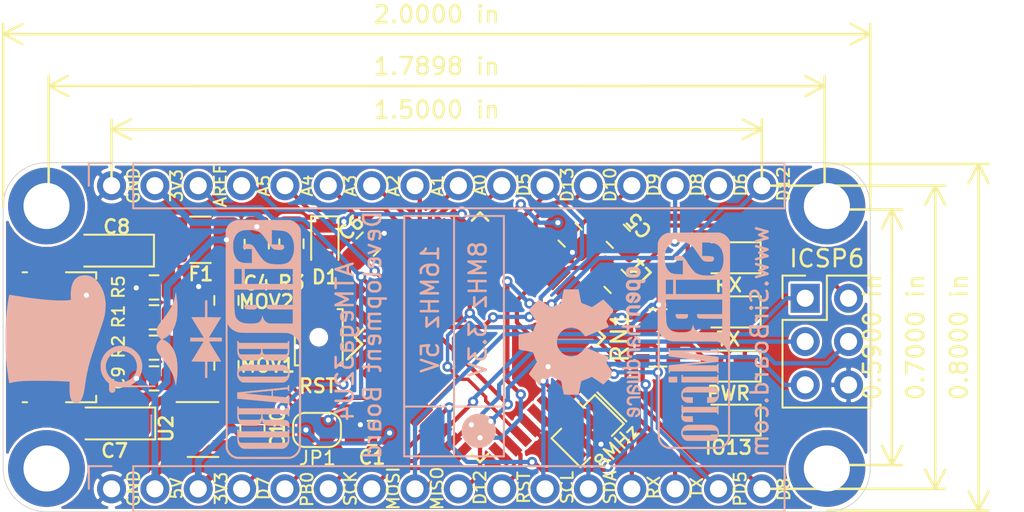
<source format=kicad_pcb>
(kicad_pcb (version 20171130) (host pcbnew "(5.1.2)-2")
  (layers (0 F.Cu signal) (31 B.Cu signal hide) (34 B.Paste user hide) (35 F.Paste user hide) (36 B.SilkS user) (37 F.SilkS user) (38 B.Mask user hide) (39 F.Mask user hide) (44 Edge.Cuts user))
  (net 0 "")
  (net 1 GND)
  (net 2 "Net-(J3-Pad4)")
  (net 3 "Net-(L1-Pad2)")
  (net 4 "Net-(U2-Pad4)")
  (net 5 /X1)
  (net 6 /X2)
  (net 7 /Vbus)
  (net 8 /D+)
  (net 9 /D-)
  (net 10 /uD+)
  (net 11 /uD-)
  (net 12 /HWB)
  (net 13 5V)
  (net 14 AREF)
  (net 15 3V3)
  (net 16 RST)
  (net 17 MISO)
  (net 18 SCK)
  (net 19 MOSI)
  (net 20 "Net-(IO13-Pad2)")
  (net 21 A5)
  (net 22 A4)
  (net 23 A3)
  (net 24 A2)
  (net 25 A1)
  (net 26 A0)
  (net 27 D5)
  (net 28 D13)
  (net 29 D10)
  (net 30 D9)
  (net 31 D8)
  (net 32 D6)
  (net 33 D12)
  (net 34 D7)
  (net 35 RXLED)
  (net 36 SCL)
  (net 37 SDA)
  (net 38 RX)
  (net 39 TX)
  (net 40 "Net-(PWR1-Pad2)")
  (net 41 "Net-(RN1-Pad8)")
  (net 42 "Net-(RN1-Pad7)")
  (net 43 TXLED)
  (net 44 D11)
  (net 45 D4)
  (module Jumper:SolderJumper-2_P1.3mm_Bridged_RoundedPad1.0x1.5mm (layer F.Cu) (at 89.8652 63.4238)
    (fp_text reference JP1 (at 0.0254 1.651) (layer F.SilkS) (effects (font (size 0.8 0.8) (thickness 0.12))))
    (fp_text value SolderJumper_2_Bridged)
    (fp_poly (pts (xy 0.25 -0.127) (xy -0.25 -0.127) (xy -0.25 0.127) (xy 0.25 0.127)) (layer F.Cu) (width 0))
    (pad 1 smd custom (at -0.65 0) (size 1 0.5) (layers F.Cu F.Mask) (net 15 3V3) (options (clearance outline) (anchor rect)) (primitives (gr_circle (center 0 0.25) (end 0.5 0.25) (width 0)) (gr_circle (center 0 -0.25) (end 0.5 -0.25) (width 0)) (gr_poly (pts (xy 0 -0.75) (xy 0.5 -0.75) (xy 0.5 0.75) (xy 0 0.75)) (width 0))))
    (pad 2 smd custom (at 0.65 0) (size 1 0.5) (layers F.Cu F.Mask) (net 14 AREF) (options (clearance outline) (anchor rect)) (primitives (gr_circle (center 0 0.25) (end 0.5 0.25) (width 0)) (gr_circle (center 0 -0.25) (end 0.5 -0.25) (width 0)) (gr_poly (pts (xy 0 -0.75) (xy -0.5 -0.75) (xy -0.5 0.75) (xy 0 0.75)) (width 0))))
  )
  (module Connector_PinHeader_2.54mm:PinHeader_1x16_P2.54mm_Vertical (layer B.Cu) (at 77.8256 66.8782 270)
    (fp_text reference J2 hide)
    (fp_text value Conn_01x16)
    (pad 1 thru_hole circle (at 0 0 270) (size 1.7 1.7) (drill 1) (layers *.Cu *.Mask) (net 1 GND))
    (pad 2 thru_hole oval (at 0 -2.54 270) (size 1.7 1.7) (drill 1) (layers *.Cu *.Mask) (net 13 5V))
    (pad 3 thru_hole oval (at 0 -5.08 270) (size 1.7 1.7) (drill 1) (layers *.Cu *.Mask) (net 15 3V3))
    (pad 4 thru_hole oval (at 0 -7.62 270) (size 1.7 1.7) (drill 1) (layers *.Cu *.Mask) (net 34 D7))
    (pad 5 thru_hole oval (at 0 -10.16 270) (size 1.7 1.7) (drill 1) (layers *.Cu *.Mask) (net 35 RXLED))
    (pad 6 thru_hole oval (at 0 -12.7 270) (size 1.7 1.7) (drill 1) (layers *.Cu *.Mask) (net 18 SCK))
    (pad 7 thru_hole oval (at 0 -15.24 270) (size 1.7 1.7) (drill 1) (layers *.Cu *.Mask) (net 19 MOSI))
    (pad 8 thru_hole oval (at 0 -17.78 270) (size 1.7 1.7) (drill 1) (layers *.Cu *.Mask) (net 17 MISO))
    (pad 9 thru_hole oval (at 0 -20.32 270) (size 1.7 1.7) (drill 1) (layers *.Cu *.Mask) (net 33 D12))
    (pad 10 thru_hole oval (at 0 -22.86 270) (size 1.7 1.7) (drill 1) (layers *.Cu *.Mask) (net 16 RST))
    (pad 11 thru_hole oval (at 0 -25.4 270) (size 1.7 1.7) (drill 1) (layers *.Cu *.Mask) (net 36 SCL))
    (pad 12 thru_hole oval (at 0 -27.94 270) (size 1.7 1.7) (drill 1) (layers *.Cu *.Mask) (net 37 SDA))
    (pad 13 thru_hole oval (at 0 -30.48 270) (size 1.7 1.7) (drill 1) (layers *.Cu *.Mask) (net 38 RX))
    (pad 14 thru_hole oval (at 0 -33.02 270) (size 1.7 1.7) (drill 1) (layers *.Cu *.Mask) (net 39 TX))
    (pad 15 thru_hole oval (at 0 -35.56 270) (size 1.7 1.7) (drill 1) (layers *.Cu *.Mask) (net 43 TXLED))
    (pad 16 thru_hole oval (at 0 -38.1 270) (size 1.7 1.7) (drill 1) (layers *.Cu *.Mask) (net 31 D8))
  )
  (module Inductor_SMD:L_0805_2012Metric_Pad1.15x1.40mm_HandSolder (layer F.Cu) (at 107.3912 54.7116 315)
    (fp_text reference L1 (at 0.538815 -1.436841 135 unlocked) (layer F.SilkS) (effects (font (size 0.8 0.8))))
    (fp_text value 10uH)
    (pad 2 smd roundrect (at 1.025 0 315) (size 1.15 1.4) (layers F.Cu F.Paste F.Mask) (roundrect_rratio 0.217391) (net 3 "Net-(L1-Pad2)"))
    (pad 1 smd roundrect (at -1.025 0 315) (size 1.15 1.4) (layers F.Cu F.Paste F.Mask) (roundrect_rratio 0.217391) (net 15 3V3))
  )
  (module Symbol:OSHW-Logo2_9.8x8mm_SilkScreen (layer B.Cu) (at 105.3846 58.2676 270)
    (fp_text reference REF** hide)
    (fp_text value OSHW-Logo2_9.8x8mm_SilkScreen hide)
  )
  (module logo:SirMicro127x42 (layer B.Cu) (at 111.9378 58.1914 270)
    (fp_text reference G*** hide)
    (fp_text value LOGO hide)
  )
  (module logo:SirBoard140x44 (layer B.Cu) (at 86.7156 58.1152 270)
    (fp_text reference G*** hide)
    (fp_text value LOGO hide)
  )
  (module logo:logo126x178 (layer B.Cu) (at 77.9526 58.1152 270)
    (fp_text reference G*** hide)
    (fp_text value LOGO hide)
  )
  (module MountingHole:MountingHole_2.7mm_M2.5_ISO14580_Pad (layer F.Cu) (at 119.7356 50.292)
    (fp_text reference REF** hide)
    (fp_text value MountingHole_2.7mm_M2.5_ISO14580_Pad)
    (pad 1 thru_hole circle (at 0 0) (size 4.5 4.5) (drill 2.7) (layers *.Cu *.Mask))
  )
  (module MountingHole:MountingHole_2.7mm_M2.5_ISO14580_Pad (layer F.Cu) (at 119.7356 65.6844)
    (fp_text reference REF** hide)
    (fp_text value MountingHole_2.7mm_M2.5_ISO14580_Pad)
    (pad 1 thru_hole circle (at 0 0) (size 4.5 4.5) (drill 2.7) (layers *.Cu *.Mask))
  )
  (module MountingHole:MountingHole_2.7mm_M2.5_ISO14580_Pad (layer F.Cu) (at 74.0156 65.6844)
    (fp_text reference REF** hide)
    (fp_text value MountingHole_2.7mm_M2.5_ISO14580_Pad)
    (pad 1 thru_hole circle (at 0 0) (size 4.5 4.5) (drill 2.7) (layers *.Cu *.Mask))
  )
  (module MountingHole:MountingHole_2.7mm_M2.5_ISO14580_Pad (layer F.Cu) (at 74.0156 50.292)
    (fp_text reference REF** hide)
    (fp_text value MountingHole_2.7mm_M2.5_ISO14580_Pad)
    (pad 1 thru_hole circle (at 0 0) (size 4.5 4.5) (drill 2.7) (layers *.Cu *.Mask))
  )
  (module Crystal:Resonator_SMD_muRata_CSTxExxV-3Pin_3.0x1.1mm (layer F.Cu) (at 105.725128 63.489672 225)
    (fp_text reference 8MHz (at -0.54217 -1.849933 45) (layer F.SilkS) (effects (font (size 0.8 0.8) (thickness 0.13))))
    (fp_text value Resonator)
    (pad 3 smd rect (at 1.2 0 225) (size 0.4 1.9) (layers F.Cu F.Paste F.Mask) (net 6 /X2))
    (pad 2 smd rect (at 0 0 225) (size 0.4 1.9) (layers F.Cu F.Paste F.Mask) (net 1 GND))
    (pad 1 smd rect (at -1.2 0 225) (size 0.4 1.9) (layers F.Cu F.Paste F.Mask) (net 5 /X1))
  )
  (module LED_SMD:LED_0805_2012Metric_Castellated (layer F.Cu) (at 113.9698 53.3273 180)
    (fp_text reference RX (at 0 -1.6) (layer F.SilkS) (effects (font (size 0.8 0.8))))
    (fp_text value LED)
    (pad 2 smd roundrect (at 0.9625 0 180) (size 1.325 1.3) (layers F.Cu F.Paste F.Mask) (roundrect_rratio 0.192308) (net 41 "Net-(RN1-Pad8)"))
    (pad 1 smd roundrect (at -0.9625 0 180) (size 1.325 1.3) (layers F.Cu F.Paste F.Mask) (roundrect_rratio 0.192308) (net 1 GND))
  )
  (module Capacitor_Tantalum_SMD:CP_EIA-3216-18_Kemet-A_Pad1.58x1.35mm_HandSolder (layer F.Cu) (at 77.9018 63.0428 180)
    (fp_text reference C7 (at -0.1016 -1.6002 180) (layer F.SilkS) (effects (font (size 0.8 0.8))))
    (fp_text value 1uF)
    (pad 1 smd roundrect (at -1.4375 0 180) (size 1.575 1.35) (layers F.Cu F.Paste F.Mask) (roundrect_rratio 0.185185) (net 15 3V3))
    (pad 2 smd roundrect (at 1.4375 0 180) (size 1.575 1.35) (layers F.Cu F.Paste F.Mask) (roundrect_rratio 0.185185) (net 1 GND))
  )
  (module Capacitor_Tantalum_SMD:CP_EIA-3216-18_Kemet-A_Pad1.58x1.35mm_HandSolder (layer F.Cu) (at 77.8256 52.9082 180)
    (fp_text reference C8 (at -0.3048 1.397) (layer F.SilkS) (effects (font (size 0.8 0.8))))
    (fp_text value 22uF)
    (pad 1 smd roundrect (at -1.4375 0 180) (size 1.575 1.35) (layers F.Cu F.Paste F.Mask) (roundrect_rratio 0.185185) (net 7 /Vbus))
    (pad 2 smd roundrect (at 1.4375 0 180) (size 1.575 1.35) (layers F.Cu F.Paste F.Mask) (roundrect_rratio 0.185185) (net 1 GND))
  )
  (module Capacitor_SMD:C_0805_2012Metric_Pad1.15x1.40mm_HandSolder (layer F.Cu) (at 80.3148 60.4012)
    (fp_text reference C9 (at -2.0828 -0.0254 90) (layer F.SilkS) (effects (font (size 0.7 0.7) (thickness 0.12))))
    (fp_text value 1uF)
    (pad 2 smd roundrect (at 1.025 0) (size 1.15 1.4) (layers F.Cu F.Paste F.Mask) (roundrect_rratio 0.217391) (net 1 GND))
    (pad 1 smd roundrect (at -1.025 0) (size 1.15 1.4) (layers F.Cu F.Paste F.Mask) (roundrect_rratio 0.217391) (net 13 5V))
  )
  (module Capacitor_SMD:C_0805_2012Metric_Pad1.15x1.40mm_HandSolder (layer F.Cu) (at 86.0806 63.3984 90)
    (fp_text reference C10 (at 0.0254 1.4732 90 unlocked) (layer F.SilkS) (effects (font (size 0.8 0.8))))
    (fp_text value 1uF)
    (pad 2 smd roundrect (at 1.025 0 90) (size 1.15 1.4) (layers F.Cu F.Paste F.Mask) (roundrect_rratio 0.217391) (net 1 GND))
    (pad 1 smd roundrect (at -1.025 0 90) (size 1.15 1.4) (layers F.Cu F.Paste F.Mask) (roundrect_rratio 0.217391) (net 15 3V3))
  )
  (module Resistor_SMD:R_0805_2012Metric_Pad1.15x1.40mm_HandSolder (layer F.Cu) (at 84.5566 59.6392 270)
    (fp_text reference MOV1 (at 0 -2.413) (layer F.SilkS) (effects (font (size 0.8 0.8))))
    (fp_text value 5V)
    (pad 1 smd roundrect (at -1.025 0 270) (size 1.15 1.4) (layers F.Cu F.Paste F.Mask) (roundrect_rratio 0.217391) (net 10 /uD+))
    (pad 2 smd roundrect (at 1.025 0 270) (size 1.15 1.4) (layers F.Cu F.Paste F.Mask) (roundrect_rratio 0.217391) (net 1 GND))
  )
  (module Resistor_SMD:R_0805_2012Metric_Pad1.15x1.40mm_HandSolder (layer F.Cu) (at 84.5566 55.8292 90)
    (fp_text reference MOV2 (at -0.0762 2.3368 unlocked) (layer F.SilkS) (effects (font (size 0.8 0.8))))
    (fp_text value 5V)
    (pad 1 smd roundrect (at -1.025 0 90) (size 1.15 1.4) (layers F.Cu F.Paste F.Mask) (roundrect_rratio 0.217391) (net 11 /uD-))
    (pad 2 smd roundrect (at 1.025 0 90) (size 1.15 1.4) (layers F.Cu F.Paste F.Mask) (roundrect_rratio 0.217391) (net 1 GND))
  )
  (module LED_SMD:LED_0805_2012Metric_Castellated (layer F.Cu) (at 113.9698 59.6773 180)
    (fp_text reference PWR (at 0 -1.6) (layer F.SilkS) (effects (font (size 0.8 0.8))))
    (fp_text value LED)
    (pad 2 smd roundrect (at 0.9625 0 180) (size 1.325 1.3) (layers F.Cu F.Paste F.Mask) (roundrect_rratio 0.192308) (net 40 "Net-(PWR1-Pad2)"))
    (pad 1 smd roundrect (at -0.9625 0 180) (size 1.325 1.3) (layers F.Cu F.Paste F.Mask) (roundrect_rratio 0.192308) (net 1 GND))
  )
  (module Resistor_SMD:R_0805_2012Metric_Pad1.15x1.40mm_HandSolder (layer F.Cu) (at 80.3148 56.8198)
    (fp_text reference R1 (at -2.0828 -0.0508 90) (layer F.SilkS) (effects (font (size 0.7 0.7) (thickness 0.12))))
    (fp_text value 22e)
    (pad 1 smd roundrect (at -1.025 0) (size 1.15 1.4) (layers F.Cu F.Paste F.Mask) (roundrect_rratio 0.217391) (net 9 /D-))
    (pad 2 smd roundrect (at 1.025 0) (size 1.15 1.4) (layers F.Cu F.Paste F.Mask) (roundrect_rratio 0.217391) (net 11 /uD-))
  )
  (module Resistor_SMD:R_Array_Convex_4x0603 (layer F.Cu) (at 109.8423 58.0263)
    (fp_text reference RN1 (at -2.2225 -0.0635 90) (layer F.SilkS))
    (fp_text value 1k)
    (pad 5 smd rect (at 0.9 1.2) (size 0.8 0.5) (layers F.Cu F.Paste F.Mask) (net 20 "Net-(IO13-Pad2)"))
    (pad 6 smd rect (at 0.9 0.4) (size 0.8 0.4) (layers F.Cu F.Paste F.Mask) (net 40 "Net-(PWR1-Pad2)"))
    (pad 8 smd rect (at 0.9 -1.2) (size 0.8 0.5) (layers F.Cu F.Paste F.Mask) (net 41 "Net-(RN1-Pad8)"))
    (pad 7 smd rect (at 0.9 -0.4) (size 0.8 0.4) (layers F.Cu F.Paste F.Mask) (net 42 "Net-(RN1-Pad7)"))
    (pad 4 smd rect (at -0.9 1.2) (size 0.8 0.5) (layers F.Cu F.Paste F.Mask) (net 35 RXLED))
    (pad 2 smd rect (at -0.9 -0.4) (size 0.8 0.4) (layers F.Cu F.Paste F.Mask) (net 15 3V3))
    (pad 3 smd rect (at -0.9 0.4) (size 0.8 0.4) (layers F.Cu F.Paste F.Mask) (net 43 TXLED))
    (pad 1 smd rect (at -0.9 -1.2) (size 0.8 0.5) (layers F.Cu F.Paste F.Mask) (net 28 D13))
  )
  (module LED_SMD:LED_0805_2012Metric_Castellated (layer F.Cu) (at 113.9698 56.5023 180)
    (fp_text reference TX (at 0 -1.6) (layer F.SilkS) (effects (font (size 0.8 0.8))))
    (fp_text value LED)
    (pad 2 smd roundrect (at 0.9625 0 180) (size 1.325 1.3) (layers F.Cu F.Paste F.Mask) (roundrect_rratio 0.192308) (net 42 "Net-(RN1-Pad7)"))
    (pad 1 smd roundrect (at -0.9625 0 180) (size 1.325 1.3) (layers F.Cu F.Paste F.Mask) (roundrect_rratio 0.192308) (net 1 GND))
  )
  (module Package_TO_SOT_SMD:SOT-23-5 (layer F.Cu) (at 83.185 63.3984)
    (fp_text reference U2 (at -2.159 -0.0508 90 unlocked) (layer F.SilkS) (effects (font (size 0.8 0.8))))
    (fp_text value AP2127K-3.3)
    (pad 5 smd rect (at 1.1 -0.95) (size 1.06 0.65) (layers F.Cu F.Paste F.Mask) (net 15 3V3))
    (pad 4 smd rect (at 1.1 0.95) (size 1.06 0.65) (layers F.Cu F.Paste F.Mask) (net 4 "Net-(U2-Pad4)"))
    (pad 3 smd rect (at -1.1 0.95) (size 1.06 0.65) (layers F.Cu F.Paste F.Mask) (net 13 5V))
    (pad 2 smd rect (at -1.1 0) (size 1.06 0.65) (layers F.Cu F.Paste F.Mask) (net 1 GND))
    (pad 1 smd rect (at -1.1 -0.95) (size 1.06 0.65) (layers F.Cu F.Paste F.Mask) (net 13 5V))
  )
  (module Resistor_SMD:R_0805_2012Metric_Pad1.15x1.40mm_HandSolder (layer F.Cu) (at 80.3148 58.5978)
    (fp_text reference R2 (at -2.0828 -0.0508 90) (layer F.SilkS) (effects (font (size 0.7 0.7) (thickness 0.12))))
    (fp_text value 22e)
    (pad 1 smd roundrect (at -1.025 0) (size 1.15 1.4) (layers F.Cu F.Paste F.Mask) (roundrect_rratio 0.217391) (net 8 /D+))
    (pad 2 smd roundrect (at 1.025 0) (size 1.15 1.4) (layers F.Cu F.Paste F.Mask) (roundrect_rratio 0.217391) (net 10 /uD+))
  )
  (module Resistor_SMD:R_0805_2012Metric_Pad1.15x1.40mm_HandSolder (layer F.Cu) (at 88.3666 52.5018 270)
    (fp_text reference R3 (at 2.286 0 180) (layer F.SilkS) (effects (font (size 0.8 0.8))))
    (fp_text value 10k)
    (pad 2 smd roundrect (at 1.025 0 270) (size 1.15 1.4) (layers F.Cu F.Paste F.Mask) (roundrect_rratio 0.217391) (net 16 RST))
    (pad 1 smd roundrect (at -1.025 0 270) (size 1.15 1.4) (layers F.Cu F.Paste F.Mask) (roundrect_rratio 0.217391) (net 15 3V3))
  )
  (module Resistor_SMD:R_0805_2012Metric_Pad1.15x1.40mm_HandSolder (layer F.Cu) (at 104.6988 51.9938 315)
    (fp_text reference R4 hide)
    (fp_text value 22e)
    (pad 2 smd roundrect (at 1.025 0 315) (size 1.15 1.4) (layers F.Cu F.Paste F.Mask) (roundrect_rratio 0.217391) (net 1 GND))
    (pad 1 smd roundrect (at -1.025 0 315) (size 1.15 1.4) (layers F.Cu F.Paste F.Mask) (roundrect_rratio 0.217391) (net 12 /HWB))
  )
  (module Resistor_SMD:R_0805_2012Metric_Pad1.15x1.40mm_HandSolder (layer F.Cu) (at 80.3148 55.0672 180)
    (fp_text reference R5 (at 2.0828 0.0254 90) (layer F.SilkS) (effects (font (size 0.7 0.7) (thickness 0.12))))
    (fp_text value 10k)
    (pad 1 smd roundrect (at -1.025 0 180) (size 1.15 1.4) (layers F.Cu F.Paste F.Mask) (roundrect_rratio 0.217391) (net 7 /Vbus))
    (pad 2 smd roundrect (at 1.025 0 180) (size 1.15 1.4) (layers F.Cu F.Paste F.Mask) (roundrect_rratio 0.217391) (net 1 GND))
  )
  (module Package_QFP:TQFP-44_10x10mm_P0.8mm (layer F.Cu) (at 99.4156 57.9882 45)
    (fp_text reference U1 hide)
    (fp_text value ATmega32U4-AU)
    (pad 1 smd rect (at -5.7 -4 45) (size 1.5 0.55) (layers F.Cu F.Paste F.Mask) (net 34 D7))
    (pad 2 smd rect (at -5.7 -3.2 45) (size 1.5 0.55) (layers F.Cu F.Paste F.Mask) (net 15 3V3))
    (pad 3 smd rect (at -5.7 -2.4 45) (size 1.5 0.55) (layers F.Cu F.Paste F.Mask) (net 11 /uD-))
    (pad 4 smd rect (at -5.7 -1.6 45) (size 1.5 0.55) (layers F.Cu F.Paste F.Mask) (net 10 /uD+))
    (pad 5 smd rect (at -5.7 -0.8 45) (size 1.5 0.55) (layers F.Cu F.Paste F.Mask) (net 1 GND))
    (pad 6 smd rect (at -5.7 0 45) (size 1.5 0.55) (layers F.Cu F.Paste F.Mask) (net 15 3V3))
    (pad 7 smd rect (at -5.7 0.8 45) (size 1.5 0.55) (layers F.Cu F.Paste F.Mask) (net 15 3V3))
    (pad 8 smd rect (at -5.7 1.6 45) (size 1.5 0.55) (layers F.Cu F.Paste F.Mask) (net 35 RXLED))
    (pad 9 smd rect (at -5.7 2.4 45) (size 1.5 0.55) (layers F.Cu F.Paste F.Mask) (net 18 SCK))
    (pad 10 smd rect (at -5.7 3.2 45) (size 1.5 0.55) (layers F.Cu F.Paste F.Mask) (net 19 MOSI))
    (pad 11 smd rect (at -5.7 4 45) (size 1.5 0.55) (layers F.Cu F.Paste F.Mask) (net 17 MISO))
    (pad 12 smd rect (at -4 5.7 135) (size 1.5 0.55) (layers F.Cu F.Paste F.Mask) (net 44 D11))
    (pad 13 smd rect (at -3.2 5.7 135) (size 1.5 0.55) (layers F.Cu F.Paste F.Mask) (net 16 RST))
    (pad 14 smd rect (at -2.4 5.7 135) (size 1.5 0.55) (layers F.Cu F.Paste F.Mask) (net 15 3V3))
    (pad 15 smd rect (at -1.6 5.7 135) (size 1.5 0.55) (layers F.Cu F.Paste F.Mask) (net 1 GND))
    (pad 16 smd rect (at -0.8 5.7 135) (size 1.5 0.55) (layers F.Cu F.Paste F.Mask) (net 6 /X2))
    (pad 17 smd rect (at 0 5.7 135) (size 1.5 0.55) (layers F.Cu F.Paste F.Mask) (net 5 /X1))
    (pad 18 smd rect (at 0.8 5.7 135) (size 1.5 0.55) (layers F.Cu F.Paste F.Mask) (net 36 SCL))
    (pad 19 smd rect (at 1.6 5.7 135) (size 1.5 0.55) (layers F.Cu F.Paste F.Mask) (net 37 SDA))
    (pad 20 smd rect (at 2.4 5.7 135) (size 1.5 0.55) (layers F.Cu F.Paste F.Mask) (net 38 RX))
    (pad 21 smd rect (at 3.2 5.7 135) (size 1.5 0.55) (layers F.Cu F.Paste F.Mask) (net 39 TX))
    (pad 22 smd rect (at 4 5.7 135) (size 1.5 0.55) (layers F.Cu F.Paste F.Mask) (net 43 TXLED))
    (pad 23 smd rect (at 5.7 4 45) (size 1.5 0.55) (layers F.Cu F.Paste F.Mask) (net 1 GND))
    (pad 24 smd rect (at 5.7 3.2 45) (size 1.5 0.55) (layers F.Cu F.Paste F.Mask) (net 3 "Net-(L1-Pad2)"))
    (pad 25 smd rect (at 5.7 2.4 45) (size 1.5 0.55) (layers F.Cu F.Paste F.Mask) (net 45 D4))
    (pad 26 smd rect (at 5.7 1.6 45) (size 1.5 0.55) (layers F.Cu F.Paste F.Mask) (net 33 D12))
    (pad 27 smd rect (at 5.7 0.8 45) (size 1.5 0.55) (layers F.Cu F.Paste F.Mask) (net 32 D6))
    (pad 28 smd rect (at 5.7 0 45) (size 1.5 0.55) (layers F.Cu F.Paste F.Mask) (net 31 D8))
    (pad 29 smd rect (at 5.7 -0.8 45) (size 1.5 0.55) (layers F.Cu F.Paste F.Mask) (net 30 D9))
    (pad 30 smd rect (at 5.7 -1.6 45) (size 1.5 0.55) (layers F.Cu F.Paste F.Mask) (net 29 D10))
    (pad 31 smd rect (at 5.7 -2.4 45) (size 1.5 0.55) (layers F.Cu F.Paste F.Mask) (net 27 D5))
    (pad 32 smd rect (at 5.7 -3.2 45) (size 1.5 0.55) (layers F.Cu F.Paste F.Mask) (net 28 D13))
    (pad 33 smd rect (at 5.7 -4 45) (size 1.5 0.55) (layers F.Cu F.Paste F.Mask) (net 12 /HWB))
    (pad 34 smd rect (at 4 -5.7 135) (size 1.5 0.55) (layers F.Cu F.Paste F.Mask) (net 15 3V3))
    (pad 35 smd rect (at 3.2 -5.7 135) (size 1.5 0.55) (layers F.Cu F.Paste F.Mask) (net 1 GND))
    (pad 36 smd rect (at 2.4 -5.7 135) (size 1.5 0.55) (layers F.Cu F.Paste F.Mask) (net 26 A0))
    (pad 37 smd rect (at 1.6 -5.7 135) (size 1.5 0.55) (layers F.Cu F.Paste F.Mask) (net 25 A1))
    (pad 38 smd rect (at 0.8 -5.7 135) (size 1.5 0.55) (layers F.Cu F.Paste F.Mask) (net 24 A2))
    (pad 39 smd rect (at 0 -5.7 135) (size 1.5 0.55) (layers F.Cu F.Paste F.Mask) (net 23 A3))
    (pad 40 smd rect (at -0.8 -5.7 135) (size 1.5 0.55) (layers F.Cu F.Paste F.Mask) (net 22 A4))
    (pad 41 smd rect (at -1.6 -5.7 135) (size 1.5 0.55) (layers F.Cu F.Paste F.Mask) (net 21 A5))
    (pad 42 smd rect (at -2.4 -5.7 135) (size 1.5 0.55) (layers F.Cu F.Paste F.Mask) (net 14 AREF))
    (pad 43 smd rect (at -3.2 -5.7 135) (size 1.5 0.55) (layers F.Cu F.Paste F.Mask) (net 1 GND))
    (pad 44 smd rect (at -4 -5.7 135) (size 1.5 0.55) (layers F.Cu F.Paste F.Mask) (net 3 "Net-(L1-Pad2)"))
  )
  (module Capacitor_SMD:C_0805_2012Metric_Pad1.15x1.40mm_HandSolder (layer F.Cu) (at 93.091 63.6016 180)
    (fp_text reference C1 (at 0 -1.436841 unlocked) (layer F.SilkS) (effects (font (size 0.8 0.8))))
    (fp_text value 1uF)
    (pad 2 smd roundrect (at 1.025 0 180) (size 1.15 1.4) (layers F.Cu F.Paste F.Mask) (roundrect_rratio 0.217391) (net 1 GND))
    (pad 1 smd roundrect (at -1.025 0 180) (size 1.15 1.4) (layers F.Cu F.Paste F.Mask) (roundrect_rratio 0.217391) (net 15 3V3))
  )
  (module Capacitor_SMD:C_0805_2012Metric_Pad1.15x1.40mm_HandSolder (layer F.Cu) (at 86.3346 52.5272 270)
    (fp_text reference C4 (at 2.286 0 180) (layer F.SilkS) (effects (font (size 0.8 0.8))))
    (fp_text value 100nF)
    (pad 2 smd roundrect (at 1.025 0 270) (size 1.15 1.4) (layers F.Cu F.Paste F.Mask) (roundrect_rratio 0.217391) (net 1 GND))
    (pad 1 smd roundrect (at -1.025 0 270) (size 1.15 1.4) (layers F.Cu F.Paste F.Mask) (roundrect_rratio 0.217391) (net 15 3V3))
  )
  (module Capacitor_SMD:C_0805_2012Metric_Pad1.15x1.40mm_HandSolder (layer F.Cu) (at 107.5182 52.07 135)
    (fp_text reference C5 (at -0.413092 1.311117 135 unlocked) (layer F.SilkS) (effects (font (size 0.8 0.8))))
    (fp_text value 100nF)
    (pad 1 smd roundrect (at -1.025 0 135) (size 1.15 1.4) (layers F.Cu F.Paste F.Mask) (roundrect_rratio 0.217391) (net 15 3V3))
    (pad 2 smd roundrect (at 1.025 0 135) (size 1.15 1.4) (layers F.Cu F.Paste F.Mask) (roundrect_rratio 0.217391) (net 1 GND))
  )
  (module Capacitor_SMD:C_0805_2012Metric_Pad1.15x1.40mm_HandSolder (layer F.Cu) (at 92.8624 52.5272 45)
    (fp_text reference C6 (at -0.017961 -1.382959 45) (layer F.SilkS) (effects (font (size 0.8 0.8))))
    (fp_text value 100nF)
    (pad 2 smd roundrect (at 1.025 0 45) (size 1.15 1.4) (layers F.Cu F.Paste F.Mask) (roundrect_rratio 0.217391) (net 1 GND))
    (pad 1 smd roundrect (at -1.025 0 45) (size 1.15 1.4) (layers F.Cu F.Paste F.Mask) (roundrect_rratio 0.217391) (net 14 AREF))
  )
  (module Diode_SMD:D_SOD-110 (layer F.Cu) (at 90.3224 52.4002 270)
    (fp_text reference D1 (at 2.0574 -0.0254 180) (layer F.SilkS) (effects (font (size 0.8 0.8))))
    (fp_text value D)
    (pad 2 smd rect (at 0.95 0 270) (size 0.8 1) (layers F.Cu F.Paste F.Mask) (net 16 RST))
    (pad 1 smd rect (at -0.95 0 270) (size 0.8 1) (layers F.Cu F.Paste F.Mask) (net 15 3V3))
  )
  (module Resistor_SMD:R_1210_3225Metric_Pad1.42x2.65mm_HandSolder (layer F.Cu) (at 83.0326 52.2732 180)
    (fp_text reference F1 (at -0.0254 -2.0066) (layer F.SilkS) (effects (font (size 0.8 0.8))))
    (fp_text value 500mA)
    (pad 2 smd roundrect (at 1.4875 0 180) (size 1.425 2.65) (layers F.Cu F.Paste F.Mask) (roundrect_rratio 0.175439) (net 7 /Vbus))
    (pad 1 smd roundrect (at -1.4875 0 180) (size 1.425 2.65) (layers F.Cu F.Paste F.Mask) (roundrect_rratio 0.175439) (net 13 5V))
  )
  (module Connector_PinHeader_2.54mm:PinHeader_2x03_P2.54mm_Vertical (layer F.Cu) (at 118.4656 55.7022)
    (fp_text reference ICSP6 (at 1.27 -2.33) (layer F.SilkS))
    (fp_text value Conn_02x03_Odd_Even)
    (pad 1 thru_hole rect (at 0 0) (size 1.7 1.7) (drill 1) (layers *.Cu *.Mask) (net 17 MISO))
    (pad 2 thru_hole oval (at 2.54 0) (size 1.7 1.7) (drill 1) (layers *.Cu *.Mask) (net 15 3V3))
    (pad 3 thru_hole oval (at 0 2.54) (size 1.7 1.7) (drill 1) (layers *.Cu *.Mask) (net 18 SCK))
    (pad 4 thru_hole oval (at 2.54 2.54) (size 1.7 1.7) (drill 1) (layers *.Cu *.Mask) (net 19 MOSI))
    (pad 5 thru_hole oval (at 0 5.08) (size 1.7 1.7) (drill 1) (layers *.Cu *.Mask) (net 16 RST))
    (pad 6 thru_hole oval (at 2.54 5.08) (size 1.7 1.7) (drill 1) (layers *.Cu *.Mask) (net 1 GND))
  )
  (module LED_SMD:LED_0805_2012Metric_Castellated (layer F.Cu) (at 113.9698 62.8523 180)
    (fp_text reference IO13 (at 0 -1.6) (layer F.SilkS) (effects (font (size 0.8 0.8))))
    (fp_text value LED)
    (pad 1 smd roundrect (at -0.9625 0 180) (size 1.325 1.3) (layers F.Cu F.Paste F.Mask) (roundrect_rratio 0.192308) (net 1 GND))
    (pad 2 smd roundrect (at 0.9625 0 180) (size 1.325 1.3) (layers F.Cu F.Paste F.Mask) (roundrect_rratio 0.192308) (net 20 "Net-(IO13-Pad2)"))
  )
  (module Connector_PinHeader_2.54mm:PinHeader_1x16_P2.54mm_Vertical (layer B.Cu) (at 77.8256 49.0982 270)
    (fp_text reference J1 hide)
    (fp_text value Conn_01x16)
    (pad 1 thru_hole circle (at 0 0 270) (size 1.7 1.7) (drill 1) (layers *.Cu *.Mask) (net 1 GND))
    (pad 2 thru_hole oval (at 0 -2.54 270) (size 1.7 1.7) (drill 1) (layers *.Cu *.Mask) (net 15 3V3))
    (pad 3 thru_hole oval (at 0 -5.08 270) (size 1.7 1.7) (drill 1) (layers *.Cu *.Mask) (net 14 AREF))
    (pad 4 thru_hole oval (at 0 -7.62 270) (size 1.7 1.7) (drill 1) (layers *.Cu *.Mask) (net 21 A5))
    (pad 5 thru_hole oval (at 0 -10.16 270) (size 1.7 1.7) (drill 1) (layers *.Cu *.Mask) (net 22 A4))
    (pad 6 thru_hole oval (at 0 -12.7 270) (size 1.7 1.7) (drill 1) (layers *.Cu *.Mask) (net 23 A3))
    (pad 7 thru_hole oval (at 0 -15.24 270) (size 1.7 1.7) (drill 1) (layers *.Cu *.Mask) (net 24 A2))
    (pad 8 thru_hole oval (at 0 -17.78 270) (size 1.7 1.7) (drill 1) (layers *.Cu *.Mask) (net 25 A1))
    (pad 9 thru_hole oval (at 0 -20.32 270) (size 1.7 1.7) (drill 1) (layers *.Cu *.Mask) (net 26 A0))
    (pad 10 thru_hole oval (at 0 -22.86 270) (size 1.7 1.7) (drill 1) (layers *.Cu *.Mask) (net 27 D5))
    (pad 11 thru_hole oval (at 0 -25.4 270) (size 1.7 1.7) (drill 1) (layers *.Cu *.Mask) (net 28 D13))
    (pad 12 thru_hole oval (at 0 -27.94 270) (size 1.7 1.7) (drill 1) (layers *.Cu *.Mask) (net 29 D10))
    (pad 13 thru_hole oval (at 0 -30.48 270) (size 1.7 1.7) (drill 1) (layers *.Cu *.Mask) (net 30 D9))
    (pad 14 thru_hole oval (at 0 -33.02 270) (size 1.7 1.7) (drill 1) (layers *.Cu *.Mask) (net 45 D4))
    (pad 15 thru_hole oval (at 0 -35.56 270) (size 1.7 1.7) (drill 1) (layers *.Cu *.Mask) (net 32 D6))
    (pad 16 thru_hole oval (at 0 -38.1 270) (size 1.7 1.7) (drill 1) (layers *.Cu *.Mask) (net 33 D12))
  )
  (module Connector_USB:USB_Micro-B_Molex_47346-0001 (layer F.Cu) (at 75.2156 57.9882 270)
    (fp_text reference J3 hide)
    (fp_text value USB_B_Micro)
    (pad 6 smd rect (at 0.84 1.2 270) (size 1.175 1.9) (layers F.Cu F.Paste F.Mask) (net 1 GND))
    (pad 6 smd rect (at -0.84 1.2 270) (size 1.175 1.9) (layers F.Cu F.Paste F.Mask) (net 1 GND))
    (pad 6 smd rect (at 2.91 1.2 270) (size 2.375 1.9) (layers F.Cu F.Paste F.Mask) (net 1 GND))
    (pad 6 smd rect (at -2.91 1.2 270) (size 2.375 1.9) (layers F.Cu F.Paste F.Mask) (net 1 GND))
    (pad 6 smd rect (at 2.4625 -1.1 270) (size 1.475 2.1) (layers F.Cu F.Paste F.Mask) (net 1 GND))
    (pad 6 smd rect (at -2.4625 -1.1 270) (size 1.475 2.1) (layers F.Cu F.Paste F.Mask) (net 1 GND))
    (pad 5 smd rect (at 1.3 -1.46 270) (size 0.45 1.38) (layers F.Cu F.Paste F.Mask) (net 1 GND))
    (pad 4 smd rect (at 0.65 -1.46 270) (size 0.45 1.38) (layers F.Cu F.Paste F.Mask) (net 2 "Net-(J3-Pad4)"))
    (pad 3 smd rect (at 0 -1.46 270) (size 0.45 1.38) (layers F.Cu F.Paste F.Mask) (net 8 /D+))
    (pad 2 smd rect (at -0.65 -1.46 270) (size 0.45 1.38) (layers F.Cu F.Paste F.Mask) (net 9 /D-))
    (pad 1 smd rect (at -1.3 -1.46 270) (size 0.45 1.38) (layers F.Cu F.Paste F.Mask) (net 7 /Vbus))
  )
  (module Button_Switch_SMD:SW_SPST_B3U-1000P-B (layer F.Cu) (at 89.9668 57.9882 90)
    (fp_text reference RST (at -2.8575 -0.0635 180) (layer F.SilkS) (effects (font (size 0.8 0.8))))
    (fp_text value SW_Push)
    (pad 1 smd rect (at -1.7 0 90) (size 0.9 1.7) (layers F.Cu F.Paste F.Mask) (net 1 GND))
    (pad 2 smd rect (at 1.7 0 90) (size 0.9 1.7) (layers F.Cu F.Paste F.Mask) (net 16 RST))
    (pad "" np_thru_hole circle (at 0 0 90) (size 0.8 0.8) (drill 0.8) (layers *.Cu *.Mask))
  )
  (gr_text D8 (at 117.221 66.9036 90) (layer F.SilkS) (effects (font (size 0.7 0.7) (thickness 0.12))))
  (gr_text "3V3\n" (at 84.2518 66.8528 90) (layer F.SilkS) (effects (font (size 0.7 0.7) (thickness 0.12))))
  (gr_text "5V\n" (at 81.6356 66.8528 90) (layer F.SilkS) (effects (font (size 0.7 0.7) (thickness 0.12))))
  (gr_text RST (at 101.981 66.802 90) (layer F.SilkS) (effects (font (size 0.7 0.7) (thickness 0.12))))
  (gr_text SCL (at 104.521 66.802 90) (layer F.SilkS) (effects (font (size 0.7 0.7) (thickness 0.12))))
  (gr_text SDA (at 107.0356 66.802 90) (layer F.SilkS) (effects (font (size 0.7 0.7) (thickness 0.12))))
  (gr_text RX (at 109.601 66.802 90) (layer F.SilkS) (effects (font (size 0.7 0.7) (thickness 0.12))))
  (gr_text TX (at 112.1156 66.802 90) (layer F.SilkS) (effects (font (size 0.7 0.7) (thickness 0.12))))
  (gr_text D12 (at 99.4156 66.802 90) (layer F.SilkS) (effects (font (size 0.7 0.7) (thickness 0.12))))
  (gr_text MISO (at 96.901 66.8528 90) (layer F.SilkS) (effects (font (size 0.7 0.7) (thickness 0.12))))
  (gr_text PD5 (at 114.6556 66.8782 90) (layer F.SilkS) (effects (font (size 0.7 0.7) (thickness 0.12))))
  (gr_text D7 (at 86.741 66.8528 90) (layer F.SilkS) (effects (font (size 0.7 0.7) (thickness 0.12))))
  (gr_text PB0 (at 89.281 66.9036 90) (layer F.SilkS) (effects (font (size 0.7 0.7) (thickness 0.12))))
  (gr_text SCK (at 91.821 66.8528 90) (layer F.SilkS) (effects (font (size 0.7 0.7) (thickness 0.12))))
  (gr_text GND (at 79.121 66.8528 90) (layer F.SilkS) (effects (font (size 0.7 0.7) (thickness 0.12))))
  (gr_text MOSI (at 94.3356 66.8528 90) (layer F.SilkS) (effects (font (size 0.7 0.7) (thickness 0.12))))
  (gr_text D12 (at 117.1956 48.9966 90) (layer F.SilkS) (effects (font (size 0.7 0.7) (thickness 0.12))))
  (gr_text D6 (at 114.681 49.0474 90) (layer F.SilkS) (effects (font (size 0.7 0.7) (thickness 0.12))))
  (gr_text D5 (at 101.981 49.0474 90) (layer F.SilkS) (effects (font (size 0.7 0.7) (thickness 0.12))))
  (gr_text D13 (at 104.521 49.0474 90) (layer F.SilkS) (effects (font (size 0.7 0.7) (thickness 0.12))))
  (gr_text D10 (at 107.0356 49.0474 90) (layer F.SilkS) (effects (font (size 0.7 0.7) (thickness 0.12))))
  (gr_text D9 (at 109.601 49.0474 90) (layer F.SilkS) (effects (font (size 0.7 0.7) (thickness 0.12))))
  (gr_text D8 (at 112.1156 49.0474 90) (layer F.SilkS) (effects (font (size 0.7 0.7) (thickness 0.12))))
  (gr_text "A0\n" (at 99.4156 49.0474 90) (layer F.SilkS) (effects (font (size 0.7 0.7) (thickness 0.12))))
  (gr_text A1 (at 96.901 49.0982 90) (layer F.SilkS) (effects (font (size 0.7 0.7) (thickness 0.12))))
  (gr_text A2 (at 94.3356 49.0982 90) (layer F.SilkS) (effects (font (size 0.7 0.7) (thickness 0.12))))
  (gr_text A3 (at 91.821 49.0982 90) (layer F.SilkS) (effects (font (size 0.7 0.7) (thickness 0.12))))
  (gr_text A4 (at 89.2556 49.0982 90) (layer F.SilkS) (effects (font (size 0.7 0.7) (thickness 0.12))))
  (gr_text A5 (at 86.741 49.0982 90) (layer F.SilkS) (effects (font (size 0.7 0.7) (thickness 0.12))))
  (gr_text AREF (at 84.201 49.0982 90) (layer F.SilkS) (effects (font (size 0.7 0.7) (thickness 0.12))))
  (gr_text "3V3\n" (at 81.6356 49.0982 90) (layer F.SilkS) (effects (font (size 0.7 0.7) (thickness 0.12))))
  (gr_text GND (at 79.121 49.0982 90) (layer F.SilkS) (effects (font (size 0.7 0.7) (thickness 0.12))))
  (gr_circle (center 99.3394 63.4746) (end 99.8474 63.4746) (layer B.SilkS) (width 1))
  (gr_text "8MHz 3.3V" (at 99.2886 56.3372 90) (layer B.SilkS) (effects (font (size 1 1)) (justify mirror)))
  (gr_text "16MHz 5V" (at 96.4946 56.3372 90) (layer B.SilkS) (effects (font (size 1 1)) (justify mirror)))
  (gr_line (start 100.8126 62.0522) (end 94.9706 62.0522) (layer B.SilkS) (width 0.12))
  (gr_line (start 97.8916 50.8762) (end 97.8916 64.9732) (layer B.SilkS) (width 0.12))
  (gr_line (start 94.9706 64.9732) (end 94.9706 50.8762) (layer B.SilkS) (width 0.12))
  (gr_line (start 100.8126 64.9732) (end 94.9706 64.9732) (layer B.SilkS) (width 0.12))
  (gr_line (start 100.8126 50.8762) (end 100.8126 64.9732) (layer B.SilkS) (width 0.12))
  (gr_line (start 94.9706 50.8762) (end 100.8126 50.8762) (layer B.SilkS) (width 0.12))
  (gr_text "ATMega32U4\nDevelopment Board \n" (at 92.3036 58.2422 90) (layer B.SilkS) (effects (font (size 1 1)) (justify mirror)))
  (gr_text www.SirBoard.com (at 115.7986 58.2422 90) (layer B.SilkS) (effects (font (size 1 1)) (justify mirror)))
  (dimension 50.8 (width 0.15) (layer F.SilkS) (gr_text "50.800 mm" (at 96.8756 38.9082) (layer F.SilkS) (effects (font (size 1 1) (thickness 0.15)) hide)) (feature1 (pts (xy 122.2756 50.3682) (xy 122.2756 39.621779))) (feature2 (pts (xy 71.4756 50.3682) (xy 71.4756 39.621779))) (crossbar (pts (xy 71.4756 40.2082) (xy 122.2756 40.2082))) (arrow1a (pts (xy 122.2756 40.2082) (xy 121.149096 40.794621))) (arrow1b (pts (xy 122.2756 40.2082) (xy 121.149096 39.621779))) (arrow2a (pts (xy 71.4756 40.2082) (xy 72.602104 40.794621))) (arrow2b (pts (xy 71.4756 40.2082) (xy 72.602104 39.621779))))
  (dimension 38.1 (width 0.15) (layer F.SilkS) (gr_text "38.100 mm" (at 96.8756 44.4962) (layer F.SilkS) (effects (font (size 1 1) (thickness 0.15)) hide)) (feature1 (pts (xy 115.9256 49.0982) (xy 115.9256 45.209779))) (feature2 (pts (xy 77.8256 49.0982) (xy 77.8256 45.209779))) (crossbar (pts (xy 77.8256 45.7962) (xy 115.9256 45.7962))) (arrow1a (pts (xy 115.9256 45.7962) (xy 114.799096 46.382621))) (arrow1b (pts (xy 115.9256 45.7962) (xy 114.799096 45.209779))) (arrow2a (pts (xy 77.8256 45.7962) (xy 78.952104 46.382621))) (arrow2b (pts (xy 77.8256 45.7962) (xy 78.952104 45.209779))))
  (dimension 45.46049 (width 0.15) (layer F.SilkS) (gr_text "45.460 mm" (at 96.874117 41.952831) (layer F.SilkS) (effects (font (size 1 1) (thickness 0.15)) hide)) (feature1 (pts (xy 119.603089 50.4952) (xy 119.604255 42.669798))) (feature2 (pts (xy 74.1426 50.488424) (xy 74.143766 42.663022))) (crossbar (pts (xy 74.143679 43.249443) (xy 119.604168 43.256219))) (arrow1a (pts (xy 119.604168 43.256219) (xy 118.477577 43.842472))) (arrow1b (pts (xy 119.604168 43.256219) (xy 118.477752 42.66963))) (arrow2a (pts (xy 74.143679 43.249443) (xy 75.270095 43.836032))) (arrow2b (pts (xy 74.143679 43.249443) (xy 75.27027 42.66319))))
  (dimension 20.32 (width 0.15) (layer F.SilkS) (gr_text "20.320 mm" (at 129.9256 57.9882 270) (layer F.SilkS) (effects (font (size 1 1) (thickness 0.15)) hide)) (feature1 (pts (xy 119.7356 68.1482) (xy 129.212021 68.1482))) (feature2 (pts (xy 119.7356 47.8282) (xy 129.212021 47.8282))) (crossbar (pts (xy 128.6256 47.8282) (xy 128.6256 68.1482))) (arrow1a (pts (xy 128.6256 68.1482) (xy 128.039179 67.021696))) (arrow1b (pts (xy 128.6256 68.1482) (xy 129.212021 67.021696))) (arrow2a (pts (xy 128.6256 47.8282) (xy 128.039179 48.954704))) (arrow2b (pts (xy 128.6256 47.8282) (xy 129.212021 48.954704))))
  (dimension 17.78 (width 0.15) (layer F.SilkS) (gr_text "17.780 mm" (at 127.3856 57.9882 270) (layer F.SilkS) (effects (font (size 1 1) (thickness 0.15)) hide)) (feature1 (pts (xy 115.9256 66.8782) (xy 126.672021 66.8782))) (feature2 (pts (xy 115.9256 49.0982) (xy 126.672021 49.0982))) (crossbar (pts (xy 126.0856 49.0982) (xy 126.0856 66.8782))) (arrow1a (pts (xy 126.0856 66.8782) (xy 125.499179 65.751696))) (arrow1b (pts (xy 126.0856 66.8782) (xy 126.672021 65.751696))) (arrow2a (pts (xy 126.0856 49.0982) (xy 125.499179 50.224704))) (arrow2b (pts (xy 126.0856 49.0982) (xy 126.672021 50.224704))))
  (dimension 14.986 (width 0.15) (layer F.SilkS) (gr_text "14.986 mm" (at 124.8456 57.9882 270) (layer F.SilkS) (effects (font (size 1 1) (thickness 0.15)) hide)) (feature1 (pts (xy 119.603089 65.4812) (xy 124.132021 65.4812))) (feature2 (pts (xy 119.603089 50.4952) (xy 124.132021 50.4952))) (crossbar (pts (xy 123.5456 50.4952) (xy 123.5456 65.4812))) (arrow1a (pts (xy 123.5456 65.4812) (xy 122.959179 64.354696))) (arrow1b (pts (xy 123.5456 65.4812) (xy 124.132021 64.354696))) (arrow2a (pts (xy 123.5456 50.4952) (xy 122.959179 51.621704))) (arrow2b (pts (xy 123.5456 50.4952) (xy 124.132021 51.621704))))
  (gr_line (start 122.2756 65.6844) (end 122.2756 50.292) (layer Edge.Cuts) (width 0.05))
  (gr_arc (start 119.7356 65.6844) (end 119.7356 68.2244) (angle -90) (layer Edge.Cuts) (width 0.05))
  (gr_arc (start 119.7356 50.292) (end 122.2756 50.292) (angle -90) (layer Edge.Cuts) (width 0.05))
  (gr_line (start 119.7356 47.752) (end 74.0156 47.752) (layer Edge.Cuts) (width 0.05))
  (gr_line (start 71.4756 50.292) (end 71.4756 65.6844) (layer Edge.Cuts) (width 0.05))
  (gr_line (start 74.0156 68.2244) (end 119.7356 68.2244) (layer Edge.Cuts) (width 0.05))
  (gr_arc (start 74.0156 50.292) (end 74.0156 47.752) (angle -90) (layer Edge.Cuts) (width 0.05))
  (gr_arc (start 74.0156 65.6844) (end 71.4756 65.6844) (angle -90) (layer Edge.Cuts) (width 0.05))
  (via (at 93.8022 51.8922) (size 0.6) (drill 0.3) (layers F.Cu B.Cu) (net 1))
  (via (at 92.4052 63.119) (size 0.6) (drill 0.3) (layers F.Cu B.Cu) (net 1))
  (via (at 76.3524 55.5244) (size 0.6) (drill 0.3) (layers F.Cu B.Cu) (net 1))
  (via (at 79.2734 55.0926) (size 0.6) (drill 0.3) (layers F.Cu B.Cu) (net 1))
  (via (at 104.8258 53.0098) (size 0.6) (drill 0.3) (layers F.Cu B.Cu) (net 1))
  (via (at 106.5022 64.262) (size 0.6) (drill 0.3) (layers F.Cu B.Cu) (net 1))
  (via (at 82.931 55.0164) (size 0.6) (drill 0.3) (layers F.Cu B.Cu) (net 1))
  (via (at 88.6714 58.547) (size 0.6) (drill 0.3) (layers F.Cu B.Cu) (net 1))
  (segment (start 106.201683 55.7276) (end 105.70885 56.220433) (width 0.25) (layer F.Cu) (net 3))
  (segment (start 108.090584 55.385584) (end 107.748568 55.7276) (width 0.25) (layer F.Cu) (net 3))
  (segment (start 107.748568 55.7276) (end 106.201683 55.7276) (width 0.25) (layer F.Cu) (net 3))
  (via (at 102.3112 56.794402) (size 0.6) (drill 0.3) (layers F.Cu B.Cu) (net 3))
  (segment (start 102.3112 56.794402) (end 102.3112 56.8706) (width 0.25) (layer B.Cu) (net 3))
  (segment (start 105.084083 56.8452) (end 105.70885 56.220433) (width 0.25) (layer F.Cu) (net 3))
  (segment (start 102.3112 56.794402) (end 102.361998 56.8452) (width 0.25) (layer F.Cu) (net 3))
  (segment (start 102.361998 56.8452) (end 105.084083 56.8452) (width 0.25) (layer F.Cu) (net 3))
  (via (at 100.1776 56.8198) (size 0.6) (drill 0.3) (layers F.Cu B.Cu) (net 3))
  (segment (start 102.3112 56.794402) (end 100.202998 56.794402) (width 0.25) (layer B.Cu) (net 3))
  (segment (start 100.202998 56.794402) (end 100.1776 56.8198) (width 0.25) (layer B.Cu) (net 3))
  (segment (start 99.877601 57.119799) (end 100.1776 56.8198) (width 0.25) (layer F.Cu) (net 3))
  (segment (start 99.610242 57.387158) (end 99.877601 57.119799) (width 0.25) (layer F.Cu) (net 3))
  (segment (start 92.556664 56.786118) (end 93.157704 57.387158) (width 0.25) (layer F.Cu) (net 3))
  (segment (start 93.157704 57.387158) (end 99.610242 57.387158) (width 0.25) (layer F.Cu) (net 3))
  (segment (start 103.446109 62.018709) (end 104.047149 62.619749) (width 0.25) (layer F.Cu) (net 5))
  (segment (start 104.047149 62.619749) (end 104.537651 62.619749) (width 0.25) (layer F.Cu) (net 5))
  (segment (start 105.258717 61.898683) (end 105.831195 61.898683) (width 0.25) (layer F.Cu) (net 5))
  (segment (start 105.831195 61.898683) (end 106.573656 62.641144) (width 0.25) (layer F.Cu) (net 5))
  (segment (start 104.537651 62.619749) (end 105.258717 61.898683) (width 0.25) (layer F.Cu) (net 5))
  (segment (start 102.880423 62.584394) (end 103.796029 63.5) (width 0.25) (layer F.Cu) (net 6))
  (segment (start 104.0384 63.5) (end 104.8766 64.3382) (width 0.25) (layer F.Cu) (net 6))
  (segment (start 103.796029 63.5) (end 104.0384 63.5) (width 0.25) (layer F.Cu) (net 6))
  (segment (start 77.7656 56.6882) (end 78.0288 56.425) (width 0.4) (layer F.Cu) (net 7))
  (segment (start 76.6756 56.6882) (end 77.7656 56.6882) (width 0.4) (layer F.Cu) (net 7))
  (segment (start 78.0288 54.1425) (end 79.2631 52.9082) (width 0.4) (layer F.Cu) (net 7))
  (segment (start 78.0288 56.425) (end 78.0288 54.1425) (width 0.4) (layer F.Cu) (net 7))
  (segment (start 79.8981 52.2732) (end 79.2631 52.9082) (width 0.4) (layer F.Cu) (net 7))
  (segment (start 81.5451 52.2732) (end 79.8981 52.2732) (width 0.4) (layer F.Cu) (net 7))
  (segment (start 81.3398 52.4785) (end 81.5451 52.2732) (width 0.4) (layer F.Cu) (net 7))
  (segment (start 81.3398 55.0672) (end 81.3398 52.4785) (width 0.4) (layer F.Cu) (net 7))
  (segment (start 78.5802 57.8882) (end 79.2898 58.5978) (width 0.2) (layer F.Cu) (net 8))
  (segment (start 77.810601 57.8882) (end 78.5802 57.8882) (width 0.2) (layer F.Cu) (net 8))
  (segment (start 76.6756 57.9882) (end 77.710601 57.9882) (width 0.2) (layer F.Cu) (net 8))
  (segment (start 77.710601 57.9882) (end 77.810601 57.8882) (width 0.2) (layer F.Cu) (net 8))
  (segment (start 78.6714 57.4382) (end 79.2898 56.8198) (width 0.2) (layer F.Cu) (net 9))
  (segment (start 77.810601 57.4382) (end 78.6714 57.4382) (width 0.2) (layer F.Cu) (net 9))
  (segment (start 76.6756 57.3382) (end 77.710601 57.3382) (width 0.2) (layer F.Cu) (net 9))
  (segment (start 77.710601 57.3382) (end 77.810601 57.4382) (width 0.2) (layer F.Cu) (net 9))
  (segment (start 84.5566 58.6142) (end 83.8762 57.9338) (width 0.2) (layer F.Cu) (net 10))
  (segment (start 82.0038 57.9338) (end 83.8762 57.9338) (width 0.2) (layer F.Cu) (net 10))
  (segment (start 81.3398 58.5978) (end 82.0038 57.9338) (width 0.2) (layer F.Cu) (net 10))
  (segment (start 92.870372 62.0232) (end 93.425572 61.468) (width 0.2) (layer F.Cu) (net 10))
  (segment (start 84.5566 58.6142) (end 85.2116 57.9592) (width 0.2) (layer F.Cu) (net 10))
  (segment (start 85.8096 57.9592) (end 87.6082 59.7578) (width 0.2) (layer F.Cu) (net 10))
  (segment (start 87.6082 59.7578) (end 87.6082 60.723) (width 0.2) (layer F.Cu) (net 10))
  (segment (start 85.2116 57.9592) (end 85.8096 57.9592) (width 0.2) (layer F.Cu) (net 10))
  (segment (start 87.6082 60.723) (end 88.9084 62.0232) (width 0.2) (layer F.Cu) (net 10))
  (segment (start 93.425572 61.468) (end 93.7006 61.468) (width 0.2) (layer F.Cu) (net 10))
  (segment (start 88.9084 62.0232) (end 92.870372 62.0232) (width 0.2) (layer F.Cu) (net 10))
  (segment (start 94.25372 60.91488) (end 93.7006 61.468) (width 0.2) (layer F.Cu) (net 10))
  (segment (start 94.25372 60.887338) (end 94.25372 60.91488) (width 0.2) (layer F.Cu) (net 10))
  (segment (start 84.5566 56.8542) (end 83.927 57.4838) (width 0.2) (layer F.Cu) (net 11))
  (segment (start 82.0038 57.4838) (end 83.927 57.4838) (width 0.2) (layer F.Cu) (net 11))
  (segment (start 81.3398 56.8198) (end 82.0038 57.4838) (width 0.2) (layer F.Cu) (net 11))
  (segment (start 92.683974 61.5732) (end 93.1418 61.115374) (width 0.2) (layer F.Cu) (net 11))
  (segment (start 84.5566 56.8542) (end 85.2116 57.5092) (width 0.2) (layer F.Cu) (net 11))
  (segment (start 85.996 57.5092) (end 88.0582 59.5714) (width 0.2) (layer F.Cu) (net 11))
  (segment (start 93.1418 61.115374) (end 93.1418 60.8838) (width 0.2) (layer F.Cu) (net 11))
  (segment (start 88.0582 59.5714) (end 88.0582 60.5366) (width 0.2) (layer F.Cu) (net 11))
  (segment (start 88.0582 60.5366) (end 89.0948 61.5732) (width 0.2) (layer F.Cu) (net 11))
  (segment (start 85.2116 57.5092) (end 85.996 57.5092) (width 0.2) (layer F.Cu) (net 11))
  (segment (start 89.0948 61.5732) (end 92.683974 61.5732) (width 0.2) (layer F.Cu) (net 11))
  (segment (start 93.688035 60.337565) (end 93.1418 60.8838) (width 0.2) (layer F.Cu) (net 11))
  (segment (start 93.688035 60.321652) (end 93.688035 60.337565) (width 0.2) (layer F.Cu) (net 11))
  (via (at 101.8032 50.1904) (size 0.6) (drill 0.3) (layers F.Cu B.Cu) (net 12))
  (segment (start 100.617682 51.129264) (end 100.864336 51.129264) (width 0.25) (layer F.Cu) (net 12))
  (segment (start 100.864336 51.129264) (end 101.8032 50.1904) (width 0.25) (layer F.Cu) (net 12))
  (via (at 103.974016 51.269016) (size 0.6) (drill 0.3) (layers F.Cu B.Cu) (net 12))
  (segment (start 101.8032 50.1904) (end 102.881816 51.269016) (width 0.25) (layer B.Cu) (net 12))
  (segment (start 102.881816 51.269016) (end 103.974016 51.269016) (width 0.25) (layer B.Cu) (net 12))
  (via (at 84.5566 52.2732) (size 0.6) (drill 0.3) (layers F.Cu B.Cu) (net 13))
  (segment (start 80.3656 66.0678) (end 82.085 64.3484) (width 0.4) (layer F.Cu) (net 13))
  (segment (start 80.3656 66.8782) (end 80.3656 66.0678) (width 0.4) (layer F.Cu) (net 13))
  (segment (start 82.9462 64.3484) (end 82.085 64.3484) (width 0.4) (layer F.Cu) (net 13))
  (segment (start 83.2104 64.0842) (end 82.9462 64.3484) (width 0.4) (layer F.Cu) (net 13))
  (segment (start 83.2104 62.7634) (end 83.2104 64.0842) (width 0.4) (layer F.Cu) (net 13))
  (segment (start 82.085 62.4484) (end 82.8954 62.4484) (width 0.4) (layer F.Cu) (net 13))
  (segment (start 82.8954 62.4484) (end 83.2104 62.7634) (width 0.4) (layer F.Cu) (net 13))
  (segment (start 84.5566 52.2732) (end 83.7692 52.2732) (width 0.4) (layer B.Cu) (net 13))
  (segment (start 83.7692 52.2732) (end 81.0768 54.9656) (width 0.4) (layer B.Cu) (net 13))
  (segment (start 81.0768 54.9656) (end 81.0768 60.6044) (width 0.4) (layer B.Cu) (net 13))
  (segment (start 80.3656 61.3156) (end 80.3656 66.8782) (width 0.4) (layer B.Cu) (net 13))
  (segment (start 81.0768 60.6044) (end 80.3656 61.3156) (width 0.4) (layer B.Cu) (net 13))
  (via (at 79.2898 60.4012) (size 0.6) (drill 0.3) (layers F.Cu B.Cu) (net 13))
  (segment (start 80.3656 61.3156) (end 80.2042 61.3156) (width 0.4) (layer B.Cu) (net 13))
  (segment (start 80.2042 61.3156) (end 79.2898 60.4012) (width 0.4) (layer B.Cu) (net 13))
  (segment (start 93.659194 55.654748) (end 93.688035 55.654748) (width 0.25) (layer F.Cu) (net 14))
  (segment (start 92.137616 54.13317) (end 92.446323 54.441877) (width 0.25) (layer F.Cu) (net 14))
  (segment (start 92.137616 53.251984) (end 92.137616 54.13317) (width 0.25) (layer F.Cu) (net 14))
  (segment (start 92.446323 54.441877) (end 93.659194 55.654748) (width 0.25) (layer F.Cu) (net 14))
  (via (at 92.446323 54.441877) (size 0.6) (drill 0.3) (layers F.Cu B.Cu) (net 14))
  (via (at 90.5256 62.8396) (size 0.6) (drill 0.3) (layers F.Cu B.Cu) (net 14))
  (segment (start 92.446323 54.441877) (end 92.446323 61.492677) (width 0.25) (layer B.Cu) (net 14))
  (segment (start 91.872523 61.492677) (end 90.5256 62.8396) (width 0.25) (layer B.Cu) (net 14))
  (segment (start 92.446323 61.492677) (end 91.872523 61.492677) (width 0.25) (layer B.Cu) (net 14))
  (segment (start 84.1756 50.3682) (end 82.9056 49.0982) (width 0.25) (layer B.Cu) (net 14))
  (segment (start 86.614 50.3682) (end 84.1756 50.3682) (width 0.25) (layer B.Cu) (net 14))
  (segment (start 87.3252 51.0794) (end 86.614 50.3682) (width 0.25) (layer B.Cu) (net 14))
  (segment (start 92.446323 54.441877) (end 89.083846 51.0794) (width 0.25) (layer B.Cu) (net 14))
  (segment (start 89.083846 51.0794) (end 87.3252 51.0794) (width 0.25) (layer B.Cu) (net 14))
  (segment (start 88.3932 51.4502) (end 88.3666 51.4768) (width 0.4) (layer F.Cu) (net 15))
  (segment (start 90.3224 51.4502) (end 88.3932 51.4502) (width 0.4) (layer F.Cu) (net 15))
  (segment (start 79.2898 62.9933) (end 79.3393 63.0428) (width 0.4) (layer F.Cu) (net 15))
  (segment (start 95.950776 62.584394) (end 95.385091 62.018709) (width 0.25) (layer F.Cu) (net 15))
  (segment (start 95.950777 62.584394) (end 95.950776 62.584394) (width 0.25) (layer F.Cu) (net 15))
  (segment (start 94.116 63.2878) (end 95.385091 62.018709) (width 0.25) (layer F.Cu) (net 15))
  (segment (start 94.116 63.6016) (end 94.116 63.2878) (width 0.25) (layer F.Cu) (net 15))
  (segment (start 95.986131 61.417669) (end 95.385091 62.018709) (width 0.25) (layer F.Cu) (net 15))
  (segment (start 95.986131 60.959531) (end 95.986131 61.417669) (width 0.25) (layer F.Cu) (net 15))
  (segment (start 94.181527 59.154927) (end 95.986131 60.959531) (width 0.25) (layer F.Cu) (net 15))
  (segment (start 93.12235 59.755967) (end 93.72339 59.154927) (width 0.25) (layer F.Cu) (net 15))
  (segment (start 93.72339 59.154927) (end 94.181527 59.154927) (width 0.25) (layer F.Cu) (net 15))
  (segment (start 107.237032 53.34) (end 106.641016 53.936016) (width 0.25) (layer F.Cu) (net 15))
  (segment (start 107.7468 53.34) (end 107.237032 53.34) (width 0.25) (layer F.Cu) (net 15))
  (segment (start 108.242984 52.843816) (end 107.7468 53.34) (width 0.25) (layer F.Cu) (net 15))
  (segment (start 108.242984 52.794784) (end 108.242984 52.843816) (width 0.25) (layer F.Cu) (net 15))
  (via (at 89.2152 63.4238) (size 0.6) (drill 0.3) (layers F.Cu B.Cu) (net 15))
  (via (at 91.44 51.2064) (size 0.6) (drill 0.3) (layers F.Cu B.Cu) (net 15))
  (segment (start 90.3224 51.4502) (end 91.1962 51.4502) (width 0.25) (layer F.Cu) (net 15))
  (segment (start 91.1962 51.4502) (end 91.44 51.2064) (width 0.25) (layer F.Cu) (net 15))
  (via (at 98.3488 50.7746) (size 0.6) (drill 0.3) (layers F.Cu B.Cu) (net 15))
  (segment (start 91.44 51.2064) (end 91.8718 50.7746) (width 0.25) (layer B.Cu) (net 15))
  (segment (start 91.8718 50.7746) (end 98.3488 50.7746) (width 0.25) (layer B.Cu) (net 15))
  (segment (start 98.3488 50.993982) (end 98.213518 51.129264) (width 0.25) (layer F.Cu) (net 15))
  (segment (start 98.3488 50.7746) (end 98.3488 50.993982) (width 0.25) (layer F.Cu) (net 15))
  (via (at 94.116 63.6016) (size 0.6) (drill 0.3) (layers F.Cu B.Cu) (net 15))
  (segment (start 93.5064 64.2112) (end 94.116 63.6016) (width 0.25) (layer B.Cu) (net 15))
  (segment (start 89.2152 63.4238) (end 90.0026 64.2112) (width 0.25) (layer B.Cu) (net 15))
  (segment (start 90.0026 64.2112) (end 93.5064 64.2112) (width 0.25) (layer B.Cu) (net 15))
  (segment (start 116.7384 51.435) (end 121.0056 55.7022) (width 0.25) (layer F.Cu) (net 15))
  (segment (start 108.242984 52.794784) (end 109.602768 51.435) (width 0.25) (layer F.Cu) (net 15))
  (segment (start 109.5923 57.6263) (end 109.8804 57.3382) (width 0.25) (layer F.Cu) (net 15))
  (segment (start 108.9423 57.6263) (end 109.5923 57.6263) (width 0.25) (layer F.Cu) (net 15))
  (segment (start 109.8804 57.3382) (end 109.8804 56.0832) (width 0.25) (layer F.Cu) (net 15))
  (segment (start 111.5822 53.1368) (end 111.5822 51.435) (width 0.25) (layer F.Cu) (net 15))
  (segment (start 109.8804 54.8386) (end 111.5822 53.1368) (width 0.25) (layer F.Cu) (net 15))
  (segment (start 109.602768 51.435) (end 111.5822 51.435) (width 0.25) (layer F.Cu) (net 15))
  (segment (start 111.5822 51.435) (end 116.7384 51.435) (width 0.25) (layer F.Cu) (net 15))
  (segment (start 109.8804 56.0832) (end 109.8804 54.8386) (width 0.25) (layer F.Cu) (net 15))
  (via (at 109.8804 56.0832) (size 0.6) (drill 0.3) (layers F.Cu B.Cu) (net 15))
  (segment (start 109.456136 56.0832) (end 108.135336 57.404) (width 0.25) (layer B.Cu) (net 15))
  (segment (start 109.8804 56.0832) (end 109.456136 56.0832) (width 0.25) (layer B.Cu) (net 15))
  (segment (start 108.135336 57.404) (end 99.6442 57.404) (width 0.25) (layer B.Cu) (net 15))
  (via (at 98.8187 56.5785) (size 0.6) (drill 0.3) (layers F.Cu B.Cu) (net 15))
  (segment (start 98.814558 56.574358) (end 98.8187 56.5785) (width 0.25) (layer F.Cu) (net 15))
  (segment (start 98.814558 51.730304) (end 98.814558 56.574358) (width 0.25) (layer F.Cu) (net 15))
  (segment (start 98.213518 51.129264) (end 98.814558 51.730304) (width 0.25) (layer F.Cu) (net 15))
  (segment (start 99.6442 57.404) (end 98.8187 56.5785) (width 0.25) (layer B.Cu) (net 15))
  (segment (start 88.3412 51.5022) (end 88.3666 51.4768) (width 0.4) (layer F.Cu) (net 15))
  (segment (start 86.3346 51.5022) (end 88.3412 51.5022) (width 0.4) (layer F.Cu) (net 15))
  (segment (start 89.2152 63.4238) (end 84.709 63.4238) (width 0.4) (layer B.Cu) (net 15))
  (segment (start 84.285 62.6278) (end 86.0806 64.4234) (width 0.4) (layer F.Cu) (net 15))
  (segment (start 84.285 62.4484) (end 84.285 62.6278) (width 0.4) (layer F.Cu) (net 15))
  (segment (start 85.457228 65.046772) (end 86.0806 64.4234) (width 0.4) (layer F.Cu) (net 15))
  (segment (start 85.0736 65.4304) (end 85.457228 65.046772) (width 0.4) (layer F.Cu) (net 15))
  (segment (start 82.9056 66.8782) (end 84.3534 65.4304) (width 0.4) (layer F.Cu) (net 15))
  (segment (start 84.3534 65.4304) (end 85.0736 65.4304) (width 0.4) (layer F.Cu) (net 15))
  (segment (start 82.9056 65.2272) (end 84.709 63.4238) (width 0.4) (layer B.Cu) (net 15))
  (segment (start 82.9056 66.8782) (end 82.9056 65.2272) (width 0.4) (layer B.Cu) (net 15))
  (segment (start 84.08 62.4484) (end 84.285 62.4484) (width 0.4) (layer F.Cu) (net 15))
  (segment (start 83.2774 61.6458) (end 84.08 62.4484) (width 0.4) (layer F.Cu) (net 15))
  (segment (start 79.3393 63.0428) (end 80.7363 61.6458) (width 0.4) (layer F.Cu) (net 15))
  (segment (start 80.7363 61.6458) (end 83.2774 61.6458) (width 0.4) (layer F.Cu) (net 15))
  (segment (start 86.0896 51.2572) (end 86.3346 51.5022) (width 0.4) (layer B.Cu) (net 15))
  (segment (start 80.3656 49.0982) (end 82.5246 51.2572) (width 0.4) (layer B.Cu) (net 15))
  (segment (start 82.5246 51.2572) (end 86.0896 51.2572) (width 0.4) (layer B.Cu) (net 15))
  (segment (start 86.3346 51.5022) (end 86.3346 51.5022) (width 0.4) (layer B.Cu) (net 15))
  (via (at 86.3346 51.5022) (size 0.6) (drill 0.3) (layers F.Cu B.Cu) (net 15))
  (segment (start 101.749052 63.715765) (end 99.7458 61.712513) (width 0.2) (layer F.Cu) (net 15))
  (segment (start 99.7458 61.712513) (end 99.7458 61.4934) (width 0.2) (layer F.Cu) (net 15))
  (segment (start 99.7458 61.4934) (end 98.7044 60.452) (width 0.2) (layer F.Cu) (net 15))
  (segment (start 98.083171 60.452) (end 95.950777 62.584394) (width 0.2) (layer F.Cu) (net 15))
  (segment (start 98.7044 60.452) (end 98.083171 60.452) (width 0.2) (layer F.Cu) (net 15))
  (via (at 97.5106 59.7154) (size 0.6) (drill 0.3) (layers F.Cu B.Cu) (net 15))
  (segment (start 98.083171 60.452) (end 98.083171 60.287971) (width 0.2) (layer F.Cu) (net 15))
  (segment (start 98.083171 60.287971) (end 97.5106 59.7154) (width 0.2) (layer F.Cu) (net 15))
  (segment (start 97.5106 57.8866) (end 98.8187 56.5785) (width 0.2) (layer B.Cu) (net 15))
  (segment (start 97.5106 59.7154) (end 97.5106 57.8866) (width 0.2) (layer B.Cu) (net 15))
  (segment (start 90.1458 53.5268) (end 90.3224 53.3502) (width 0.4) (layer F.Cu) (net 16))
  (segment (start 88.3666 53.5268) (end 90.1458 53.5268) (width 0.4) (layer F.Cu) (net 16))
  (segment (start 101.535599 66.028201) (end 100.6856 66.8782) (width 0.25) (layer F.Cu) (net 16))
  (segment (start 101.784407 65.779393) (end 101.535599 66.028201) (width 0.25) (layer F.Cu) (net 16))
  (segment (start 101.784407 64.88249) (end 101.784407 65.779393) (width 0.25) (layer F.Cu) (net 16))
  (segment (start 101.183367 64.28145) (end 101.784407 64.88249) (width 0.25) (layer F.Cu) (net 16))
  (segment (start 90.3224 55.9326) (end 89.9668 56.2882) (width 0.25) (layer F.Cu) (net 16))
  (segment (start 90.3224 53.3502) (end 90.3224 55.9326) (width 0.25) (layer F.Cu) (net 16))
  (segment (start 90.3668 56.2882) (end 92.0668 57.9882) (width 0.25) (layer F.Cu) (net 16))
  (segment (start 89.9668 56.2882) (end 90.3668 56.2882) (width 0.25) (layer F.Cu) (net 16))
  (via (at 101.0412 61.9252) (size 0.6) (drill 0.3) (layers F.Cu B.Cu) (net 16))
  (segment (start 92.0668 57.9882) (end 97.1042 57.9882) (width 0.25) (layer F.Cu) (net 16))
  (segment (start 97.1042 57.9882) (end 101.0412 61.9252) (width 0.25) (layer F.Cu) (net 16))
  (via (at 100.0506 62.9158) (size 0.6) (drill 0.3) (layers F.Cu B.Cu) (net 16))
  (segment (start 101.0412 61.9252) (end 100.0506 62.9158) (width 0.25) (layer B.Cu) (net 16))
  (segment (start 100.0506 63.148683) (end 101.183367 64.28145) (width 0.25) (layer F.Cu) (net 16))
  (segment (start 100.0506 62.9158) (end 100.0506 63.148683) (width 0.25) (layer F.Cu) (net 16))
  (segment (start 102.873989 59.152611) (end 101.0412 60.9854) (width 0.25) (layer B.Cu) (net 16))
  (segment (start 101.0412 60.9854) (end 101.0412 61.500936) (width 0.25) (layer B.Cu) (net 16))
  (segment (start 115.63393 59.152611) (end 102.873989 59.152611) (width 0.25) (layer B.Cu) (net 16))
  (segment (start 101.0412 61.500936) (end 101.0412 61.9252) (width 0.25) (layer B.Cu) (net 16))
  (segment (start 118.4656 60.7822) (end 117.263519 60.7822) (width 0.25) (layer B.Cu) (net 16))
  (segment (start 117.263519 60.7822) (end 115.63393 59.152611) (width 0.25) (layer B.Cu) (net 16))
  (segment (start 96.182454 66.8782) (end 95.6056 66.8782) (width 0.25) (layer F.Cu) (net 17))
  (segment (start 98.213518 64.847136) (end 96.182454 66.8782) (width 0.25) (layer F.Cu) (net 17))
  (segment (start 95.6056 63.0174) (end 95.6056 66.8782) (width 0.25) (layer B.Cu) (net 17))
  (segment (start 100.8126 57.8104) (end 95.6056 63.0174) (width 0.25) (layer B.Cu) (net 17))
  (segment (start 115.2574 57.8104) (end 100.8126 57.8104) (width 0.25) (layer B.Cu) (net 17))
  (segment (start 118.4656 55.7022) (end 117.3656 55.7022) (width 0.25) (layer B.Cu) (net 17))
  (segment (start 117.3656 55.7022) (end 115.2574 57.8104) (width 0.25) (layer B.Cu) (net 17))
  (segment (start 95.545313 65.2526) (end 97.082148 63.715765) (width 0.25) (layer F.Cu) (net 18))
  (segment (start 90.5256 66.8782) (end 92.1512 65.2526) (width 0.25) (layer F.Cu) (net 18))
  (segment (start 92.1512 65.2526) (end 95.545313 65.2526) (width 0.25) (layer F.Cu) (net 18))
  (segment (start 118.4656 58.2422) (end 102.3874 58.2422) (width 0.25) (layer B.Cu) (net 18))
  (via (at 99.0092 61.7728) (size 0.6) (drill 0.3) (layers F.Cu B.Cu) (net 18))
  (segment (start 102.3874 58.2422) (end 99.06 61.5696) (width 0.25) (layer B.Cu) (net 18))
  (segment (start 97.082148 63.715765) (end 98.898113 61.8998) (width 0.25) (layer F.Cu) (net 18))
  (segment (start 96.270283 65.659) (end 97.647833 64.28145) (width 0.25) (layer F.Cu) (net 19))
  (segment (start 93.0656 66.8782) (end 94.2848 65.659) (width 0.25) (layer F.Cu) (net 19))
  (segment (start 94.2848 65.659) (end 96.270283 65.659) (width 0.25) (layer F.Cu) (net 19))
  (via (at 98.9076 63.119) (size 0.6) (drill 0.3) (layers F.Cu B.Cu) (net 19))
  (segment (start 98.810283 63.119) (end 97.647833 64.28145) (width 0.25) (layer F.Cu) (net 19))
  (segment (start 98.9076 63.119) (end 98.810283 63.119) (width 0.25) (layer F.Cu) (net 19))
  (segment (start 100.5332 61.4934) (end 98.9076 63.119) (width 0.25) (layer B.Cu) (net 19))
  (segment (start 121.0056 58.2422) (end 119.7356 59.5122) (width 0.25) (layer B.Cu) (net 19))
  (segment (start 119.7356 59.5122) (end 116.6876 59.5122) (width 0.25) (layer B.Cu) (net 19))
  (segment (start 116.6876 59.5122) (end 115.9002 58.7248) (width 0.25) (layer B.Cu) (net 19))
  (segment (start 115.9002 58.7248) (end 102.5906 58.7248) (width 0.25) (layer B.Cu) (net 19))
  (segment (start 102.5906 58.7248) (end 100.5332 60.7822) (width 0.25) (layer B.Cu) (net 19))
  (segment (start 100.5332 60.7822) (end 100.5332 61.4934) (width 0.25) (layer B.Cu) (net 19))
  (segment (start 113.0073 62.1023) (end 113.0073 62.8523) (width 0.25) (layer F.Cu) (net 20))
  (segment (start 113.0073 61.6485) (end 113.0073 62.1023) (width 0.25) (layer F.Cu) (net 20))
  (segment (start 110.7423 59.2263) (end 110.7423 59.3835) (width 0.25) (layer F.Cu) (net 20))
  (segment (start 110.7423 59.3835) (end 113.0073 61.6485) (width 0.25) (layer F.Cu) (net 20))
  (via (at 93.2434 54.102) (size 0.6) (drill 0.3) (layers F.Cu B.Cu) (net 21))
  (segment (start 94.25372 55.089062) (end 94.230462 55.089062) (width 0.25) (layer F.Cu) (net 21))
  (segment (start 94.230462 55.089062) (end 93.2434 54.102) (width 0.25) (layer F.Cu) (net 21))
  (segment (start 86.1314 49.0982) (end 85.4456 49.0982) (width 0.25) (layer B.Cu) (net 21))
  (segment (start 87.5284 50.4952) (end 86.1314 49.0982) (width 0.25) (layer B.Cu) (net 21))
  (segment (start 93.2434 54.102) (end 89.6366 50.4952) (width 0.25) (layer B.Cu) (net 21))
  (segment (start 89.6366 50.4952) (end 87.5284 50.4952) (width 0.25) (layer B.Cu) (net 21))
  (segment (start 89.408 50.5206) (end 87.9856 49.0982) (width 0.25) (layer F.Cu) (net 22))
  (segment (start 91.7956 50.5206) (end 89.408 50.5206) (width 0.25) (layer F.Cu) (net 22))
  (segment (start 94.819406 54.523377) (end 92.1512 51.855171) (width 0.25) (layer F.Cu) (net 22))
  (segment (start 92.1512 50.8762) (end 91.7956 50.5206) (width 0.25) (layer F.Cu) (net 22))
  (segment (start 92.1512 51.855171) (end 92.1512 50.8762) (width 0.25) (layer F.Cu) (net 22))
  (segment (start 91.375599 49.948199) (end 90.5256 49.0982) (width 0.25) (layer F.Cu) (net 23))
  (segment (start 94.784051 53.356651) (end 94.784051 51.426251) (width 0.25) (layer F.Cu) (net 23))
  (segment (start 95.385091 53.957691) (end 94.784051 53.356651) (width 0.25) (layer F.Cu) (net 23))
  (segment (start 94.784051 51.426251) (end 93.8022 50.4444) (width 0.25) (layer F.Cu) (net 23))
  (segment (start 93.8022 50.4444) (end 92.4814 50.4444) (width 0.25) (layer F.Cu) (net 23))
  (segment (start 92.4814 50.4444) (end 91.985199 49.948199) (width 0.25) (layer F.Cu) (net 23))
  (segment (start 91.985199 49.948199) (end 91.375599 49.948199) (width 0.25) (layer F.Cu) (net 23))
  (segment (start 93.2942 49.0982) (end 93.0656 49.0982) (width 0.25) (layer F.Cu) (net 24))
  (segment (start 95.4024 51.2064) (end 93.2942 49.0982) (width 0.25) (layer F.Cu) (net 24))
  (segment (start 95.950777 53.392006) (end 95.4024 52.843629) (width 0.25) (layer F.Cu) (net 24))
  (segment (start 95.4024 52.843629) (end 95.4024 51.2064) (width 0.25) (layer F.Cu) (net 24))
  (segment (start 95.885 49.3776) (end 95.6056 49.0982) (width 0.25) (layer F.Cu) (net 25))
  (segment (start 96.516462 52.82632) (end 95.885 52.194858) (width 0.25) (layer F.Cu) (net 25))
  (segment (start 95.885 52.194858) (end 95.885 49.3776) (width 0.25) (layer F.Cu) (net 25))
  (segment (start 97.295601 49.948199) (end 98.1456 49.0982) (width 0.25) (layer F.Cu) (net 26))
  (segment (start 96.481108 50.762692) (end 97.295601 49.948199) (width 0.25) (layer F.Cu) (net 26))
  (segment (start 96.481108 51.659595) (end 96.481108 50.762692) (width 0.25) (layer F.Cu) (net 26))
  (segment (start 97.082148 52.260635) (end 96.481108 51.659595) (width 0.25) (layer F.Cu) (net 26))
  (segment (start 99.835601 49.948199) (end 100.6856 49.0982) (width 0.25) (layer F.Cu) (net 27))
  (segment (start 99.4156 50.3682) (end 99.835601 49.948199) (width 0.25) (layer F.Cu) (net 27))
  (segment (start 99.4156 51.7144) (end 99.4156 50.3682) (width 0.25) (layer F.Cu) (net 27))
  (segment (start 100.6856 52.9844) (end 99.4156 51.7144) (width 0.25) (layer F.Cu) (net 27))
  (segment (start 101.749052 52.260635) (end 101.025287 52.9844) (width 0.25) (layer F.Cu) (net 27))
  (segment (start 101.025287 52.9844) (end 100.6856 52.9844) (width 0.25) (layer F.Cu) (net 27))
  (segment (start 103.2256 49.652717) (end 103.2256 49.0982) (width 0.25) (layer F.Cu) (net 28))
  (segment (start 101.183367 51.69495) (end 103.2256 49.652717) (width 0.25) (layer F.Cu) (net 28))
  (via (at 107.7214 56.8452) (size 0.6) (drill 0.3) (layers F.Cu B.Cu) (net 28))
  (segment (start 107.6641 56.8263) (end 108.9423 56.8263) (width 0.25) (layer F.Cu) (net 28))
  (segment (start 107.569 56.6928) (end 107.7214 56.8452) (width 0.25) (layer B.Cu) (net 28))
  (segment (start 105.3846 51.2572) (end 105.3846 53.2384) (width 0.25) (layer B.Cu) (net 28))
  (segment (start 103.2256 49.0982) (end 105.3846 51.2572) (width 0.25) (layer B.Cu) (net 28))
  (segment (start 105.3846 53.2384) (end 102.9716 55.6514) (width 0.25) (layer B.Cu) (net 28))
  (segment (start 102.9716 56.4896) (end 103.1748 56.6928) (width 0.25) (layer B.Cu) (net 28))
  (segment (start 102.9716 55.6514) (end 102.9716 56.4896) (width 0.25) (layer B.Cu) (net 28))
  (segment (start 103.1748 56.6928) (end 107.569 56.6928) (width 0.25) (layer B.Cu) (net 28))
  (segment (start 102.915778 52.22528) (end 102.915778 51.785578) (width 0.25) (layer F.Cu) (net 29))
  (segment (start 102.314738 52.82632) (end 102.915778 52.22528) (width 0.25) (layer F.Cu) (net 29))
  (segment (start 102.915778 51.785578) (end 102.6668 51.5366) (width 0.25) (layer F.Cu) (net 29))
  (segment (start 102.6668 51.5366) (end 102.6668 51.0032) (width 0.25) (layer F.Cu) (net 29))
  (segment (start 102.6668 51.0032) (end 103.378 50.292) (width 0.25) (layer F.Cu) (net 29))
  (segment (start 103.378 50.292) (end 103.6574 50.292) (width 0.25) (layer F.Cu) (net 29))
  (segment (start 103.6574 50.292) (end 103.8606 50.0888) (width 0.25) (layer F.Cu) (net 29))
  (segment (start 104.775 50.0888) (end 105.7656 49.0982) (width 0.25) (layer F.Cu) (net 29))
  (segment (start 103.8606 50.0888) (end 104.775 50.0888) (width 0.25) (layer F.Cu) (net 29))
  (segment (start 107.455601 49.948199) (end 108.3056 49.0982) (width 0.25) (layer F.Cu) (net 30))
  (segment (start 106.792263 49.948199) (end 107.455601 49.948199) (width 0.25) (layer F.Cu) (net 30))
  (segment (start 103.949496 52.790966) (end 106.792263 49.948199) (width 0.25) (layer F.Cu) (net 30))
  (segment (start 102.880423 53.392006) (end 103.481463 52.790966) (width 0.25) (layer F.Cu) (net 30))
  (segment (start 103.481463 52.790966) (end 103.949496 52.790966) (width 0.25) (layer F.Cu) (net 30))
  (segment (start 114.245211 65.197811) (end 115.075601 66.028201) (width 0.25) (layer F.Cu) (net 31))
  (segment (start 112.086211 65.197811) (end 114.245211 65.197811) (width 0.25) (layer F.Cu) (net 31))
  (segment (start 103.446109 53.957691) (end 101.5746 55.8292) (width 0.25) (layer F.Cu) (net 31))
  (segment (start 115.075601 66.028201) (end 115.9256 66.8782) (width 0.25) (layer F.Cu) (net 31))
  (segment (start 101.5746 57.1246) (end 102.4128 57.9628) (width 0.25) (layer F.Cu) (net 31))
  (segment (start 102.4128 57.9628) (end 106.0958 57.9628) (width 0.25) (layer F.Cu) (net 31))
  (segment (start 108.0008 61.1124) (end 112.086211 65.197811) (width 0.25) (layer F.Cu) (net 31))
  (segment (start 106.0958 57.9628) (end 108.0008 59.8678) (width 0.25) (layer F.Cu) (net 31))
  (segment (start 101.5746 55.8292) (end 101.5746 57.1246) (width 0.25) (layer F.Cu) (net 31))
  (segment (start 108.0008 59.8678) (end 108.0008 61.1124) (width 0.25) (layer F.Cu) (net 31))
  (segment (start 107.0102 52.578) (end 109.1184 50.4698) (width 0.25) (layer F.Cu) (net 32))
  (segment (start 112.014 50.4698) (end 113.3856 49.0982) (width 0.25) (layer F.Cu) (net 32))
  (segment (start 109.1184 50.4698) (end 112.014 50.4698) (width 0.25) (layer F.Cu) (net 32))
  (segment (start 107.0102 52.578) (end 106.807 52.578) (width 0.25) (layer F.Cu) (net 32))
  (segment (start 104.612834 53.922337) (end 104.011794 54.523377) (width 0.25) (layer F.Cu) (net 32))
  (segment (start 105.462663 53.922337) (end 104.612834 53.922337) (width 0.25) (layer F.Cu) (net 32))
  (segment (start 106.807 52.578) (end 105.462663 53.922337) (width 0.25) (layer F.Cu) (net 32))
  (via (at 103.6066 56.0578) (size 0.6) (drill 0.3) (layers F.Cu B.Cu) (net 33))
  (segment (start 104.57748 55.089062) (end 104.575338 55.089062) (width 0.25) (layer F.Cu) (net 33))
  (segment (start 104.575338 55.089062) (end 103.6066 56.0578) (width 0.25) (layer F.Cu) (net 33))
  (via (at 101.8032 61.341) (size 0.6) (drill 0.3) (layers F.Cu B.Cu) (net 33))
  (segment (start 101.8032 62.103) (end 101.8032 61.341) (width 0.25) (layer B.Cu) (net 33))
  (segment (start 98.1456 66.8782) (end 98.1964 66.8274) (width 0.25) (layer B.Cu) (net 33))
  (via (at 99.4156 63.881) (size 0.6) (drill 0.3) (layers F.Cu B.Cu) (net 33))
  (segment (start 99.4156 63.881) (end 100.6602 63.881) (width 0.25) (layer B.Cu) (net 33))
  (segment (start 101.8032 62.738) (end 101.8032 62.103) (width 0.25) (layer B.Cu) (net 33))
  (segment (start 100.6602 63.881) (end 101.8032 62.738) (width 0.25) (layer B.Cu) (net 33))
  (segment (start 99.4156 65.9892) (end 99.4156 63.881) (width 0.25) (layer F.Cu) (net 33))
  (segment (start 98.1456 66.8782) (end 98.5266 66.8782) (width 0.25) (layer F.Cu) (net 33))
  (segment (start 98.5266 66.8782) (end 99.4156 65.9892) (width 0.25) (layer F.Cu) (net 33))
  (segment (start 101.0158 55.135864) (end 101.0158 54.7116) (width 0.25) (layer F.Cu) (net 33))
  (segment (start 101.0158 60.5536) (end 101.0158 55.135864) (width 0.25) (layer F.Cu) (net 33))
  (segment (start 101.8032 61.341) (end 101.0158 60.5536) (width 0.25) (layer F.Cu) (net 33))
  (via (at 101.0158 54.7116) (size 0.6) (drill 0.3) (layers F.Cu B.Cu) (net 33))
  (via (at 102.3112 56.006998) (size 0.6) (drill 0.3) (layers F.Cu B.Cu) (net 33))
  (segment (start 103.6066 56.0578) (end 102.362002 56.0578) (width 0.25) (layer F.Cu) (net 33))
  (segment (start 102.362002 56.0578) (end 102.3112 56.006998) (width 0.25) (layer F.Cu) (net 33))
  (segment (start 101.0158 54.7116) (end 101.315801 55.011599) (width 0.25) (layer B.Cu) (net 33))
  (segment (start 101.315801 55.011599) (end 102.011201 55.706999) (width 0.25) (layer B.Cu) (net 33))
  (segment (start 102.011201 55.706999) (end 102.3112 56.006998) (width 0.25) (layer B.Cu) (net 33))
  (segment (start 114.6302 50.3936) (end 115.9256 49.0982) (width 0.25) (layer B.Cu) (net 33))
  (segment (start 113.665 50.3936) (end 114.6302 50.3936) (width 0.25) (layer B.Cu) (net 33))
  (segment (start 110.7186 53.34) (end 113.665 50.3936) (width 0.25) (layer B.Cu) (net 33))
  (segment (start 103.6066 56.0578) (end 106.3244 53.34) (width 0.25) (layer B.Cu) (net 33))
  (segment (start 106.3244 53.34) (end 110.7186 53.34) (width 0.25) (layer B.Cu) (net 33))
  (segment (start 85.4456 66.8782) (end 86.6648 65.659) (width 0.25) (layer F.Cu) (net 34))
  (segment (start 86.6648 65.659) (end 87.0712 65.659) (width 0.25) (layer F.Cu) (net 34))
  (segment (start 87.0712 65.659) (end 87.5792 65.151) (width 0.25) (layer F.Cu) (net 34))
  (via (at 87.8332 62.1284) (size 0.6) (drill 0.3) (layers F.Cu B.Cu) (net 34))
  (segment (start 87.5792 65.151) (end 87.5792 62.3824) (width 0.25) (layer F.Cu) (net 34))
  (segment (start 87.5792 62.3824) (end 87.8332 62.1284) (width 0.25) (layer F.Cu) (net 34))
  (via (at 91.4146 60.7568) (size 0.6) (drill 0.3) (layers F.Cu B.Cu) (net 34))
  (segment (start 87.8332 62.1284) (end 89.2048 60.7568) (width 0.25) (layer B.Cu) (net 34))
  (segment (start 89.2048 60.7568) (end 91.4146 60.7568) (width 0.25) (layer B.Cu) (net 34))
  (segment (start 91.4146 60.332346) (end 92.556664 59.190282) (width 0.25) (layer F.Cu) (net 34))
  (segment (start 91.4146 60.7568) (end 91.4146 60.332346) (width 0.25) (layer F.Cu) (net 34))
  (segment (start 94.820342 64.8462) (end 96.516462 63.15008) (width 0.25) (layer F.Cu) (net 35))
  (segment (start 87.9856 66.8782) (end 90.0176 64.8462) (width 0.25) (layer F.Cu) (net 35))
  (segment (start 90.0176 64.8462) (end 94.820342 64.8462) (width 0.25) (layer F.Cu) (net 35))
  (segment (start 108.9423 60.5807) (end 109.1184 60.7568) (width 0.25) (layer F.Cu) (net 35))
  (segment (start 108.9423 59.2263) (end 108.9423 60.5807) (width 0.25) (layer F.Cu) (net 35))
  (via (at 109.1184 60.7568) (size 0.6) (drill 0.3) (layers F.Cu B.Cu) (net 35))
  (via (at 106.9086 65.5828) (size 0.6) (drill 0.3) (layers F.Cu B.Cu) (net 35))
  (segment (start 109.1184 60.7568) (end 109.1184 63.373) (width 0.25) (layer B.Cu) (net 35))
  (segment (start 109.1184 63.373) (end 106.9086 65.5828) (width 0.25) (layer B.Cu) (net 35))
  (via (at 102.4636 65.3034) (size 0.6) (drill 0.3) (layers F.Cu B.Cu) (net 35))
  (segment (start 102.4636 65.3034) (end 100.1014 65.3034) (width 0.25) (layer B.Cu) (net 35))
  (segment (start 100.1014 65.3034) (end 98.6536 65.3034) (width 0.25) (layer B.Cu) (net 35))
  (via (at 97.6122 62.103) (size 0.6) (drill 0.3) (layers F.Cu B.Cu) (net 35))
  (segment (start 98.6536 65.3034) (end 97.6122 64.262) (width 0.25) (layer B.Cu) (net 35))
  (segment (start 97.6122 64.262) (end 97.6122 62.103) (width 0.25) (layer B.Cu) (net 35))
  (segment (start 97.563542 62.103) (end 96.516462 63.15008) (width 0.25) (layer F.Cu) (net 35))
  (segment (start 97.6122 62.103) (end 97.563542 62.103) (width 0.25) (layer F.Cu) (net 35))
  (segment (start 103.0224 65.7606) (end 102.5652 65.3034) (width 0.25) (layer F.Cu) (net 35))
  (segment (start 106.9086 65.5828) (end 106.7308 65.7606) (width 0.25) (layer F.Cu) (net 35))
  (segment (start 106.7308 65.7606) (end 103.0224 65.7606) (width 0.25) (layer F.Cu) (net 35))
  (via (at 103.124 60.5536) (size 0.6) (drill 0.3) (layers F.Cu B.Cu) (net 36))
  (segment (start 104.011794 61.453023) (end 104.011794 61.441394) (width 0.25) (layer F.Cu) (net 36))
  (segment (start 104.011794 61.441394) (end 103.124 60.5536) (width 0.25) (layer F.Cu) (net 36))
  (segment (start 103.124 66.7766) (end 103.2256 66.8782) (width 0.25) (layer B.Cu) (net 36))
  (segment (start 103.124 60.5536) (end 103.124 66.7766) (width 0.25) (layer B.Cu) (net 36))
  (via (at 103.4034 59.7154) (size 0.6) (drill 0.3) (layers F.Cu B.Cu) (net 37))
  (segment (start 104.57748 60.887338) (end 103.405542 59.7154) (width 0.25) (layer F.Cu) (net 37))
  (segment (start 103.405542 59.7154) (end 103.4034 59.7154) (width 0.25) (layer F.Cu) (net 37))
  (segment (start 105.7656 66.8782) (end 105.7656 62.0776) (width 0.25) (layer B.Cu) (net 37))
  (segment (start 105.7656 62.0776) (end 103.703399 60.015399) (width 0.25) (layer B.Cu) (net 37))
  (segment (start 103.703399 60.015399) (end 103.4034 59.7154) (width 0.25) (layer B.Cu) (net 37))
  (segment (start 108.3056 63.484087) (end 108.3056 66.8782) (width 0.25) (layer F.Cu) (net 38))
  (segment (start 105.143165 60.321652) (end 108.3056 63.484087) (width 0.25) (layer F.Cu) (net 38))
  (segment (start 110.8456 64.892717) (end 110.8456 66.8782) (width 0.25) (layer F.Cu) (net 39))
  (segment (start 105.70885 59.755967) (end 110.8456 64.892717) (width 0.25) (layer F.Cu) (net 39))
  (segment (start 111.7563 58.4263) (end 113.0073 59.6773) (width 0.25) (layer F.Cu) (net 40))
  (segment (start 110.7423 58.4263) (end 111.7563 58.4263) (width 0.25) (layer F.Cu) (net 40))
  (segment (start 113.0073 54.0773) (end 113.0073 53.3273) (width 0.25) (layer F.Cu) (net 41))
  (segment (start 113.0073 54.5057) (end 113.0073 54.0773) (width 0.25) (layer F.Cu) (net 41))
  (segment (start 110.7423 56.8263) (end 110.7423 56.7707) (width 0.25) (layer F.Cu) (net 41))
  (segment (start 110.7423 56.7707) (end 113.0073 54.5057) (width 0.25) (layer F.Cu) (net 41))
  (segment (start 111.8833 57.6263) (end 113.0073 56.5023) (width 0.25) (layer F.Cu) (net 42))
  (segment (start 110.7423 57.6263) (end 111.8833 57.6263) (width 0.25) (layer F.Cu) (net 42))
  (via (at 107.2642 60.1472) (size 0.6) (drill 0.3) (layers F.Cu B.Cu) (net 43))
  (segment (start 106.274536 59.190282) (end 106.307282 59.190282) (width 0.25) (layer F.Cu) (net 43))
  (segment (start 106.307282 59.190282) (end 107.2642 60.1472) (width 0.25) (layer F.Cu) (net 43))
  (segment (start 109.5923 58.4263) (end 109.8296 58.6636) (width 0.25) (layer F.Cu) (net 43))
  (segment (start 108.9423 58.4263) (end 109.5923 58.4263) (width 0.25) (layer F.Cu) (net 43))
  (segment (start 109.8296 58.6636) (end 109.8296 60.0456) (width 0.25) (layer F.Cu) (net 43))
  (segment (start 109.8296 60.0456) (end 109.8296 60.0456) (width 0.25) (layer F.Cu) (net 43))
  (via (at 109.8296 60.0456) (size 0.6) (drill 0.3) (layers F.Cu B.Cu) (net 43))
  (segment (start 107.3658 60.0456) (end 107.2642 60.1472) (width 0.25) (layer B.Cu) (net 43))
  (segment (start 109.8296 60.0456) (end 107.3658 60.0456) (width 0.25) (layer B.Cu) (net 43))
  (segment (start 109.8296 63.3222) (end 113.3856 66.8782) (width 0.25) (layer B.Cu) (net 43))
  (segment (start 109.8296 60.0456) (end 109.8296 63.3222) (width 0.25) (layer B.Cu) (net 43))
  (via (at 110.8202 52.3748) (size 0.6) (drill 0.3) (layers F.Cu B.Cu) (net 45))
  (segment (start 110.8456 49.0982) (end 110.8456 52.3494) (width 0.25) (layer B.Cu) (net 45))
  (segment (start 110.8456 52.3494) (end 110.8202 52.3748) (width 0.25) (layer B.Cu) (net 45))
  (segment (start 110.395936 52.3748) (end 110.8202 52.3748) (width 0.25) (layer F.Cu) (net 45))
  (segment (start 108.694136 54.0766) (end 110.395936 52.3748) (width 0.25) (layer F.Cu) (net 45))
  (segment (start 108.130738 54.0766) (end 108.694136 54.0766) (width 0.25) (layer F.Cu) (net 45))
  (segment (start 107.15363 55.053708) (end 108.130738 54.0766) (width 0.25) (layer F.Cu) (net 45))
  (segment (start 105.143165 55.654748) (end 105.744205 55.053708) (width 0.25) (layer F.Cu) (net 45))
  (segment (start 105.744205 55.053708) (end 107.15363 55.053708) (width 0.25) (layer F.Cu) (net 45))
  (zone (net 1) (net_name GND) (layer F.Cu) (connect_pads (clearance 0.15)) (min_thickness 0.15) (fill yes (arc_segments 32) (thermal_gap 0.2) (thermal_bridge_width 0.25) (smoothing fillet) (radius 2))
    (polygon (pts (xy 71.4756 47.6504) (xy 122.2756 47.6504) (xy 122.2756 68.1482) (xy 71.4756 68.1482)))
  )
  (zone (net 1) (net_name GND) (layer B.Cu) (connect_pads (clearance 0.15)) (min_thickness 0.15) (fill yes (arc_segments 32) (thermal_gap 0.2) (thermal_bridge_width 0.25) (smoothing fillet) (radius 2))
    (polygon (pts (xy 122.2756 47.752) (xy 71.4756 47.752) (xy 71.4756 68.2244) (xy 122.2756 68.2244)))
  )
)
</source>
